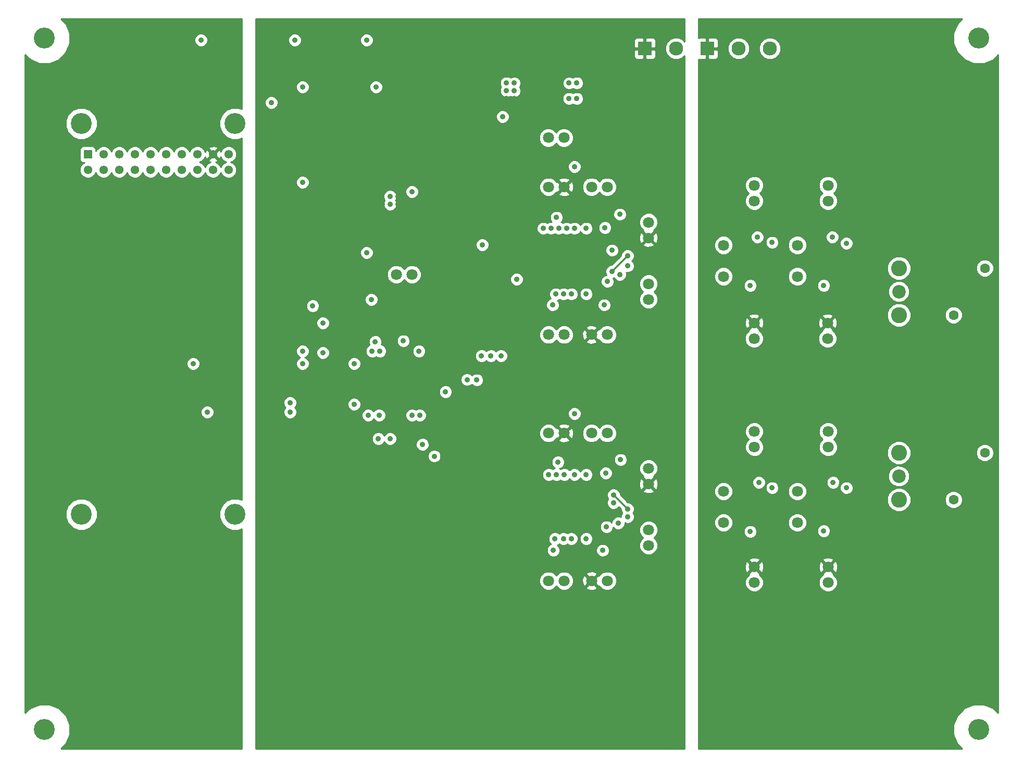
<source format=gbr>
%FSLAX34Y34*%
G04 Gerber Fmt 3.4, Leading zero omitted, Abs format*
G04 (created by PCBNEW (2014-02-03 BZR 4658)-product) date Thu 30 Jul 2015 10:30:08 PM PDT*
%MOIN*%
G01*
G70*
G90*
G04 APERTURE LIST*
%ADD10C,0.005906*%
%ADD11R,0.054370X0.054370*%
%ADD12C,0.054370*%
%ADD13C,0.070866*%
%ADD14R,0.090551X0.090551*%
%ADD15C,0.090551*%
%ADD16C,0.102362*%
%ADD17C,0.086614*%
%ADD18C,0.062992*%
%ADD19C,0.133900*%
%ADD20C,0.035000*%
%ADD21C,0.012000*%
%ADD22C,0.010000*%
G04 APERTURE END LIST*
G54D10*
G54D11*
X18064Y-22712D03*
G54D12*
X18064Y-23712D03*
X19064Y-22712D03*
X19064Y-23712D03*
X20064Y-22712D03*
X20064Y-23712D03*
X21064Y-22712D03*
X21064Y-23712D03*
X22064Y-22712D03*
X22064Y-23712D03*
X23064Y-22712D03*
X23064Y-23712D03*
X24064Y-22712D03*
X24064Y-23712D03*
X25064Y-22712D03*
X25064Y-23712D03*
X26064Y-22712D03*
X26064Y-23712D03*
X27064Y-22712D03*
X27064Y-23712D03*
G54D13*
X37800Y-30400D03*
X38800Y-30400D03*
X48538Y-49998D03*
X47538Y-49998D03*
X50294Y-49998D03*
X51294Y-49998D03*
X53944Y-47742D03*
X53944Y-46742D03*
X53944Y-43805D03*
X53944Y-42805D03*
X50294Y-40549D03*
X51294Y-40549D03*
X48538Y-40549D03*
X47538Y-40549D03*
X48538Y-34250D03*
X47538Y-34250D03*
X50294Y-34250D03*
X51294Y-34250D03*
X53944Y-31994D03*
X53944Y-30994D03*
X53944Y-28057D03*
X53944Y-27057D03*
X50294Y-24801D03*
X51294Y-24801D03*
X48538Y-24801D03*
X47538Y-24801D03*
X48531Y-21653D03*
X47531Y-21653D03*
X60700Y-33500D03*
X60700Y-34500D03*
X60711Y-24696D03*
X60711Y-25696D03*
X65400Y-33500D03*
X65400Y-34500D03*
X65435Y-24696D03*
X65435Y-25696D03*
X58742Y-28527D03*
X58742Y-30527D03*
X63466Y-28527D03*
X63466Y-30527D03*
X60711Y-49106D03*
X60711Y-50106D03*
X60711Y-40444D03*
X60711Y-41444D03*
X65435Y-49106D03*
X65435Y-50106D03*
X65435Y-40444D03*
X65435Y-41444D03*
X58742Y-44275D03*
X58742Y-46275D03*
X63466Y-44275D03*
X63466Y-46275D03*
G54D14*
X53700Y-15950D03*
G54D15*
X55700Y-15950D03*
G54D14*
X57700Y-15950D03*
G54D15*
X59700Y-15950D03*
X61700Y-15950D03*
G54D16*
X69968Y-32996D03*
X69968Y-29996D03*
G54D17*
X69968Y-31496D03*
G54D18*
X75468Y-29996D03*
X73468Y-32996D03*
G54D16*
X69968Y-44807D03*
X69968Y-41807D03*
G54D17*
X69968Y-43307D03*
G54D18*
X75468Y-41807D03*
X73468Y-44807D03*
G54D19*
X15279Y-15279D03*
X75074Y-15279D03*
X15279Y-59523D03*
X75074Y-59523D03*
X27486Y-45744D03*
X17643Y-45744D03*
X17643Y-20744D03*
X27486Y-20744D03*
G54D20*
X61000Y-46850D03*
X61900Y-46500D03*
X66600Y-46500D03*
X65750Y-46800D03*
X66650Y-30650D03*
X65700Y-31100D03*
X61850Y-30750D03*
X61000Y-31100D03*
X44850Y-19150D03*
X45350Y-19150D03*
X36900Y-25900D03*
X37900Y-25900D03*
X37900Y-25400D03*
X45356Y-17656D03*
X61850Y-44050D03*
X61000Y-43700D03*
X66600Y-44050D03*
X65750Y-43700D03*
X66600Y-28400D03*
X65700Y-28000D03*
X60900Y-28000D03*
X61850Y-28350D03*
X43250Y-35600D03*
X40950Y-37900D03*
X43850Y-35600D03*
X42330Y-37130D03*
X44500Y-35600D03*
X42950Y-37150D03*
X39480Y-41280D03*
X40230Y-42030D03*
X51600Y-30200D03*
X52600Y-29200D03*
X51600Y-28850D03*
X52600Y-29850D03*
X52600Y-45400D03*
X51700Y-44500D03*
X51700Y-45000D03*
X52600Y-45900D03*
X44600Y-20300D03*
X38800Y-25100D03*
X37400Y-25900D03*
X37400Y-25400D03*
X47700Y-27450D03*
X49350Y-18150D03*
X44850Y-18650D03*
X44850Y-18150D03*
X36500Y-18400D03*
X31300Y-15400D03*
X35900Y-15400D03*
X52000Y-46300D03*
X60450Y-46850D03*
X65150Y-46800D03*
X60450Y-31100D03*
X65150Y-31100D03*
X48050Y-43200D03*
X52150Y-42250D03*
X51200Y-43100D03*
X48150Y-42400D03*
X49950Y-43200D03*
X51250Y-46550D03*
X49950Y-47300D03*
X47950Y-47300D03*
X49000Y-47300D03*
X51000Y-48050D03*
X47850Y-48050D03*
X48856Y-18156D03*
X45356Y-18156D03*
X45356Y-18656D03*
X48050Y-26750D03*
X51150Y-27400D03*
X52100Y-26550D03*
X52100Y-30400D03*
X51300Y-30850D03*
X49950Y-27450D03*
X39250Y-35300D03*
X51100Y-32350D03*
X47800Y-32350D03*
X49950Y-31650D03*
X48000Y-31650D03*
X49000Y-31650D03*
X36650Y-40900D03*
X36000Y-39400D03*
X39300Y-39400D03*
X33100Y-35400D03*
X36200Y-32000D03*
X35900Y-29000D03*
X31000Y-39200D03*
X31800Y-36100D03*
X32450Y-32400D03*
X36450Y-34700D03*
X36250Y-35300D03*
X25300Y-15400D03*
X25700Y-39200D03*
X24800Y-36100D03*
X31800Y-24500D03*
X31800Y-18400D03*
X35100Y-38700D03*
X35100Y-36100D03*
X45500Y-30700D03*
X43300Y-28500D03*
X49200Y-39300D03*
X49200Y-43200D03*
X49200Y-27450D03*
X49200Y-23500D03*
X27200Y-19400D03*
X24800Y-35300D03*
X48850Y-19150D03*
X49350Y-19150D03*
X47200Y-27450D03*
X48200Y-27450D03*
X48700Y-27450D03*
X29800Y-19400D03*
X48550Y-43200D03*
X47550Y-43200D03*
X48500Y-47300D03*
X48500Y-31650D03*
X37400Y-40900D03*
X36700Y-39400D03*
X38800Y-39400D03*
X31000Y-38600D03*
X31800Y-35300D03*
X33100Y-33500D03*
X38250Y-34650D03*
X36750Y-35300D03*
G54D21*
X51600Y-30200D02*
X52600Y-29200D01*
X51700Y-44500D02*
X52600Y-45400D01*
G54D10*
G36*
X76305Y-58455D02*
X76033Y-58183D01*
X76033Y-41695D01*
X76033Y-29884D01*
X75947Y-29676D01*
X75788Y-29517D01*
X75581Y-29431D01*
X75356Y-29431D01*
X75148Y-29516D01*
X74989Y-29675D01*
X74903Y-29883D01*
X74903Y-30107D01*
X74989Y-30315D01*
X75148Y-30474D01*
X75355Y-30560D01*
X75580Y-30561D01*
X75788Y-30475D01*
X75947Y-30316D01*
X76033Y-30108D01*
X76033Y-29884D01*
X76033Y-41695D01*
X75947Y-41487D01*
X75788Y-41328D01*
X75581Y-41242D01*
X75356Y-41242D01*
X75148Y-41327D01*
X74989Y-41486D01*
X74903Y-41694D01*
X74903Y-41918D01*
X74989Y-42126D01*
X75148Y-42285D01*
X75355Y-42371D01*
X75580Y-42372D01*
X75788Y-42286D01*
X75947Y-42127D01*
X76033Y-41919D01*
X76033Y-41695D01*
X76033Y-58183D01*
X75996Y-58146D01*
X75399Y-57898D01*
X74752Y-57897D01*
X74155Y-58144D01*
X74033Y-58266D01*
X74033Y-44695D01*
X74033Y-32884D01*
X73947Y-32676D01*
X73788Y-32517D01*
X73581Y-32431D01*
X73356Y-32431D01*
X73148Y-32516D01*
X72989Y-32675D01*
X72903Y-32883D01*
X72903Y-33107D01*
X72989Y-33315D01*
X73148Y-33474D01*
X73355Y-33560D01*
X73580Y-33561D01*
X73788Y-33475D01*
X73947Y-33316D01*
X74033Y-33108D01*
X74033Y-32884D01*
X74033Y-44695D01*
X73947Y-44487D01*
X73788Y-44328D01*
X73581Y-44242D01*
X73356Y-44242D01*
X73148Y-44327D01*
X72989Y-44486D01*
X72903Y-44694D01*
X72903Y-44918D01*
X72989Y-45126D01*
X73148Y-45285D01*
X73355Y-45371D01*
X73580Y-45372D01*
X73788Y-45286D01*
X73947Y-45127D01*
X74033Y-44919D01*
X74033Y-44695D01*
X74033Y-58266D01*
X73697Y-58601D01*
X73449Y-59198D01*
X73449Y-59845D01*
X73695Y-60443D01*
X74006Y-60753D01*
X70730Y-60753D01*
X70730Y-44656D01*
X70730Y-41656D01*
X70730Y-32845D01*
X70730Y-29845D01*
X70614Y-29565D01*
X70400Y-29350D01*
X70120Y-29234D01*
X69817Y-29234D01*
X69537Y-29349D01*
X69323Y-29563D01*
X69206Y-29843D01*
X69206Y-30146D01*
X69322Y-30427D01*
X69536Y-30641D01*
X69816Y-30757D01*
X70119Y-30758D01*
X70399Y-30642D01*
X70613Y-30428D01*
X70730Y-30148D01*
X70730Y-29845D01*
X70730Y-32845D01*
X70651Y-32654D01*
X70651Y-31360D01*
X70547Y-31109D01*
X70355Y-30917D01*
X70104Y-30813D01*
X69833Y-30812D01*
X69582Y-30916D01*
X69389Y-31108D01*
X69285Y-31359D01*
X69285Y-31631D01*
X69389Y-31882D01*
X69581Y-32074D01*
X69832Y-32179D01*
X70103Y-32179D01*
X70354Y-32075D01*
X70547Y-31883D01*
X70651Y-31632D01*
X70651Y-31360D01*
X70651Y-32654D01*
X70614Y-32565D01*
X70400Y-32350D01*
X70120Y-32234D01*
X69817Y-32234D01*
X69537Y-32349D01*
X69323Y-32563D01*
X69206Y-32843D01*
X69206Y-33146D01*
X69322Y-33427D01*
X69536Y-33641D01*
X69816Y-33757D01*
X70119Y-33758D01*
X70399Y-33642D01*
X70613Y-33428D01*
X70730Y-33148D01*
X70730Y-32845D01*
X70730Y-41656D01*
X70614Y-41376D01*
X70400Y-41161D01*
X70120Y-41045D01*
X69817Y-41045D01*
X69537Y-41160D01*
X69323Y-41374D01*
X69206Y-41654D01*
X69206Y-41957D01*
X69322Y-42238D01*
X69536Y-42452D01*
X69816Y-42568D01*
X70119Y-42569D01*
X70399Y-42453D01*
X70613Y-42239D01*
X70730Y-41959D01*
X70730Y-41656D01*
X70730Y-44656D01*
X70651Y-44465D01*
X70651Y-43171D01*
X70547Y-42920D01*
X70355Y-42728D01*
X70104Y-42624D01*
X69833Y-42623D01*
X69582Y-42727D01*
X69389Y-42919D01*
X69285Y-43170D01*
X69285Y-43442D01*
X69389Y-43693D01*
X69581Y-43885D01*
X69832Y-43990D01*
X70103Y-43990D01*
X70354Y-43886D01*
X70547Y-43694D01*
X70651Y-43443D01*
X70651Y-43171D01*
X70651Y-44465D01*
X70614Y-44376D01*
X70400Y-44161D01*
X70120Y-44045D01*
X69817Y-44045D01*
X69537Y-44160D01*
X69323Y-44374D01*
X69206Y-44654D01*
X69206Y-44957D01*
X69322Y-45238D01*
X69536Y-45452D01*
X69816Y-45568D01*
X70119Y-45569D01*
X70399Y-45453D01*
X70613Y-45239D01*
X70730Y-44959D01*
X70730Y-44656D01*
X70730Y-60753D01*
X67025Y-60753D01*
X67025Y-43965D01*
X67025Y-28315D01*
X66960Y-28159D01*
X66841Y-28039D01*
X66684Y-27975D01*
X66515Y-27974D01*
X66359Y-28039D01*
X66239Y-28158D01*
X66175Y-28315D01*
X66174Y-28484D01*
X66239Y-28640D01*
X66358Y-28760D01*
X66515Y-28824D01*
X66684Y-28825D01*
X66840Y-28760D01*
X66960Y-28641D01*
X67024Y-28484D01*
X67025Y-28315D01*
X67025Y-43965D01*
X66960Y-43809D01*
X66841Y-43689D01*
X66684Y-43625D01*
X66515Y-43624D01*
X66359Y-43689D01*
X66239Y-43808D01*
X66175Y-43965D01*
X66175Y-43615D01*
X66125Y-43494D01*
X66125Y-27915D01*
X66060Y-27759D01*
X66039Y-27738D01*
X66039Y-25577D01*
X65948Y-25354D01*
X65790Y-25196D01*
X65947Y-25039D01*
X66039Y-24817D01*
X66039Y-24577D01*
X65948Y-24354D01*
X65778Y-24184D01*
X65556Y-24092D01*
X65315Y-24092D01*
X65093Y-24184D01*
X64923Y-24354D01*
X64831Y-24576D01*
X64830Y-24816D01*
X64922Y-25038D01*
X65080Y-25196D01*
X64923Y-25354D01*
X64831Y-25576D01*
X64830Y-25816D01*
X64922Y-26038D01*
X65092Y-26208D01*
X65314Y-26301D01*
X65555Y-26301D01*
X65777Y-26209D01*
X65947Y-26039D01*
X66039Y-25817D01*
X66039Y-25577D01*
X66039Y-27738D01*
X65941Y-27639D01*
X65784Y-27575D01*
X65615Y-27574D01*
X65459Y-27639D01*
X65339Y-27758D01*
X65275Y-27915D01*
X65274Y-28084D01*
X65339Y-28240D01*
X65458Y-28360D01*
X65615Y-28424D01*
X65784Y-28425D01*
X65940Y-28360D01*
X66060Y-28241D01*
X66124Y-28084D01*
X66125Y-27915D01*
X66125Y-43494D01*
X66110Y-43459D01*
X66039Y-43388D01*
X66039Y-41325D01*
X65948Y-41103D01*
X65790Y-40944D01*
X65947Y-40787D01*
X66039Y-40565D01*
X66039Y-40325D01*
X66008Y-40250D01*
X66008Y-33594D01*
X65998Y-33354D01*
X65926Y-33179D01*
X65825Y-33145D01*
X65754Y-33216D01*
X65754Y-33074D01*
X65720Y-32973D01*
X65575Y-32920D01*
X65575Y-31015D01*
X65510Y-30859D01*
X65391Y-30739D01*
X65234Y-30675D01*
X65065Y-30674D01*
X64909Y-30739D01*
X64789Y-30858D01*
X64725Y-31015D01*
X64724Y-31184D01*
X64789Y-31340D01*
X64908Y-31460D01*
X65065Y-31524D01*
X65234Y-31525D01*
X65390Y-31460D01*
X65510Y-31341D01*
X65574Y-31184D01*
X65575Y-31015D01*
X65575Y-32920D01*
X65494Y-32891D01*
X65254Y-32901D01*
X65079Y-32973D01*
X65045Y-33074D01*
X65400Y-33429D01*
X65754Y-33074D01*
X65754Y-33216D01*
X65470Y-33500D01*
X65825Y-33854D01*
X65926Y-33820D01*
X66008Y-33594D01*
X66008Y-40250D01*
X66004Y-40239D01*
X66004Y-34380D01*
X65912Y-34158D01*
X65742Y-33987D01*
X65734Y-33984D01*
X65754Y-33925D01*
X65400Y-33570D01*
X65329Y-33641D01*
X65329Y-33500D01*
X64974Y-33145D01*
X64873Y-33179D01*
X64791Y-33405D01*
X64801Y-33645D01*
X64873Y-33820D01*
X64974Y-33854D01*
X65329Y-33500D01*
X65329Y-33641D01*
X65045Y-33925D01*
X65065Y-33984D01*
X65058Y-33987D01*
X64887Y-34157D01*
X64795Y-34379D01*
X64795Y-34619D01*
X64887Y-34841D01*
X65057Y-35012D01*
X65279Y-35104D01*
X65519Y-35104D01*
X65741Y-35012D01*
X65912Y-34842D01*
X66004Y-34620D01*
X66004Y-34380D01*
X66004Y-40239D01*
X65948Y-40103D01*
X65778Y-39932D01*
X65556Y-39840D01*
X65315Y-39840D01*
X65093Y-39932D01*
X64923Y-40102D01*
X64831Y-40324D01*
X64830Y-40564D01*
X64922Y-40786D01*
X65080Y-40945D01*
X64923Y-41102D01*
X64831Y-41324D01*
X64830Y-41564D01*
X64922Y-41786D01*
X65092Y-41956D01*
X65314Y-42049D01*
X65555Y-42049D01*
X65777Y-41957D01*
X65947Y-41787D01*
X66039Y-41565D01*
X66039Y-41325D01*
X66039Y-43388D01*
X65991Y-43339D01*
X65834Y-43275D01*
X65665Y-43274D01*
X65509Y-43339D01*
X65389Y-43458D01*
X65325Y-43615D01*
X65324Y-43784D01*
X65389Y-43940D01*
X65508Y-44060D01*
X65665Y-44124D01*
X65834Y-44125D01*
X65990Y-44060D01*
X66110Y-43941D01*
X66174Y-43784D01*
X66175Y-43615D01*
X66175Y-43965D01*
X66174Y-44134D01*
X66239Y-44290D01*
X66358Y-44410D01*
X66515Y-44474D01*
X66684Y-44475D01*
X66840Y-44410D01*
X66960Y-44291D01*
X67024Y-44134D01*
X67025Y-43965D01*
X67025Y-60753D01*
X66044Y-60753D01*
X66044Y-49201D01*
X66034Y-48960D01*
X65961Y-48785D01*
X65860Y-48751D01*
X65789Y-48822D01*
X65789Y-48681D01*
X65755Y-48580D01*
X65575Y-48513D01*
X65575Y-46715D01*
X65510Y-46559D01*
X65391Y-46439D01*
X65234Y-46375D01*
X65065Y-46374D01*
X64909Y-46439D01*
X64789Y-46558D01*
X64725Y-46715D01*
X64724Y-46884D01*
X64789Y-47040D01*
X64908Y-47160D01*
X65065Y-47224D01*
X65234Y-47225D01*
X65390Y-47160D01*
X65510Y-47041D01*
X65574Y-46884D01*
X65575Y-46715D01*
X65575Y-48513D01*
X65530Y-48497D01*
X65289Y-48507D01*
X65114Y-48580D01*
X65080Y-48681D01*
X65435Y-49035D01*
X65789Y-48681D01*
X65789Y-48822D01*
X65506Y-49106D01*
X65860Y-49460D01*
X65961Y-49426D01*
X66044Y-49201D01*
X66044Y-60753D01*
X66039Y-60753D01*
X66039Y-49986D01*
X65948Y-49764D01*
X65778Y-49594D01*
X65770Y-49590D01*
X65789Y-49531D01*
X65435Y-49177D01*
X65364Y-49247D01*
X65364Y-49106D01*
X65010Y-48751D01*
X64909Y-48785D01*
X64826Y-49011D01*
X64836Y-49251D01*
X64909Y-49426D01*
X65010Y-49460D01*
X65364Y-49106D01*
X65364Y-49247D01*
X65080Y-49531D01*
X65100Y-49590D01*
X65093Y-49593D01*
X64923Y-49763D01*
X64831Y-49985D01*
X64830Y-50225D01*
X64922Y-50448D01*
X65092Y-50618D01*
X65314Y-50710D01*
X65555Y-50710D01*
X65777Y-50618D01*
X65947Y-50449D01*
X66039Y-50227D01*
X66039Y-49986D01*
X66039Y-60753D01*
X64071Y-60753D01*
X64071Y-46155D01*
X64071Y-44155D01*
X64071Y-30407D01*
X64071Y-28407D01*
X63979Y-28185D01*
X63809Y-28015D01*
X63587Y-27923D01*
X63347Y-27923D01*
X63125Y-28014D01*
X62954Y-28184D01*
X62862Y-28406D01*
X62862Y-28647D01*
X62954Y-28869D01*
X63124Y-29039D01*
X63346Y-29131D01*
X63586Y-29131D01*
X63808Y-29040D01*
X63978Y-28870D01*
X64071Y-28648D01*
X64071Y-28407D01*
X64071Y-30407D01*
X63979Y-30185D01*
X63809Y-30015D01*
X63587Y-29923D01*
X63347Y-29923D01*
X63125Y-30014D01*
X62954Y-30184D01*
X62862Y-30406D01*
X62862Y-30647D01*
X62954Y-30869D01*
X63124Y-31039D01*
X63346Y-31131D01*
X63586Y-31131D01*
X63808Y-31040D01*
X63978Y-30870D01*
X64071Y-30648D01*
X64071Y-30407D01*
X64071Y-44155D01*
X63979Y-43933D01*
X63809Y-43763D01*
X63587Y-43671D01*
X63347Y-43671D01*
X63125Y-43762D01*
X62954Y-43932D01*
X62862Y-44154D01*
X62862Y-44395D01*
X62954Y-44617D01*
X63124Y-44787D01*
X63346Y-44879D01*
X63586Y-44880D01*
X63808Y-44788D01*
X63978Y-44618D01*
X64071Y-44396D01*
X64071Y-44155D01*
X64071Y-46155D01*
X63979Y-45933D01*
X63809Y-45763D01*
X63587Y-45671D01*
X63347Y-45671D01*
X63125Y-45762D01*
X62954Y-45932D01*
X62862Y-46154D01*
X62862Y-46395D01*
X62954Y-46617D01*
X63124Y-46787D01*
X63346Y-46879D01*
X63586Y-46880D01*
X63808Y-46788D01*
X63978Y-46618D01*
X64071Y-46396D01*
X64071Y-46155D01*
X64071Y-60753D01*
X62402Y-60753D01*
X62402Y-15810D01*
X62296Y-15552D01*
X62098Y-15354D01*
X61840Y-15247D01*
X61560Y-15247D01*
X61302Y-15353D01*
X61104Y-15551D01*
X60997Y-15809D01*
X60997Y-16089D01*
X61103Y-16347D01*
X61301Y-16545D01*
X61559Y-16652D01*
X61839Y-16652D01*
X62097Y-16546D01*
X62295Y-16348D01*
X62402Y-16090D01*
X62402Y-15810D01*
X62402Y-60753D01*
X62275Y-60753D01*
X62275Y-43965D01*
X62275Y-28265D01*
X62210Y-28109D01*
X62091Y-27989D01*
X61934Y-27925D01*
X61765Y-27924D01*
X61609Y-27989D01*
X61489Y-28108D01*
X61425Y-28265D01*
X61424Y-28434D01*
X61489Y-28590D01*
X61608Y-28710D01*
X61765Y-28774D01*
X61934Y-28775D01*
X62090Y-28710D01*
X62210Y-28591D01*
X62274Y-28434D01*
X62275Y-28265D01*
X62275Y-43965D01*
X62210Y-43809D01*
X62091Y-43689D01*
X61934Y-43625D01*
X61765Y-43624D01*
X61609Y-43689D01*
X61489Y-43808D01*
X61425Y-43965D01*
X61425Y-43615D01*
X61360Y-43459D01*
X61325Y-43424D01*
X61325Y-27915D01*
X61315Y-27892D01*
X61315Y-25577D01*
X61223Y-25354D01*
X61065Y-25196D01*
X61223Y-25039D01*
X61315Y-24817D01*
X61315Y-24577D01*
X61223Y-24354D01*
X61053Y-24184D01*
X60831Y-24092D01*
X60591Y-24092D01*
X60402Y-24170D01*
X60402Y-15810D01*
X60296Y-15552D01*
X60098Y-15354D01*
X59840Y-15247D01*
X59560Y-15247D01*
X59302Y-15353D01*
X59104Y-15551D01*
X58997Y-15809D01*
X58997Y-16089D01*
X59103Y-16347D01*
X59301Y-16545D01*
X59559Y-16652D01*
X59839Y-16652D01*
X60097Y-16546D01*
X60295Y-16348D01*
X60402Y-16090D01*
X60402Y-15810D01*
X60402Y-24170D01*
X60369Y-24184D01*
X60198Y-24354D01*
X60106Y-24576D01*
X60106Y-24816D01*
X60198Y-25038D01*
X60356Y-25196D01*
X60198Y-25354D01*
X60106Y-25576D01*
X60106Y-25816D01*
X60198Y-26038D01*
X60368Y-26208D01*
X60590Y-26301D01*
X60830Y-26301D01*
X61052Y-26209D01*
X61223Y-26039D01*
X61315Y-25817D01*
X61315Y-25577D01*
X61315Y-27892D01*
X61260Y-27759D01*
X61141Y-27639D01*
X60984Y-27575D01*
X60815Y-27574D01*
X60659Y-27639D01*
X60539Y-27758D01*
X60475Y-27915D01*
X60474Y-28084D01*
X60539Y-28240D01*
X60658Y-28360D01*
X60815Y-28424D01*
X60984Y-28425D01*
X61140Y-28360D01*
X61260Y-28241D01*
X61324Y-28084D01*
X61325Y-27915D01*
X61325Y-43424D01*
X61315Y-43414D01*
X61315Y-41325D01*
X61223Y-41103D01*
X61065Y-40944D01*
X61223Y-40787D01*
X61315Y-40565D01*
X61315Y-40325D01*
X61308Y-40309D01*
X61308Y-33594D01*
X61298Y-33354D01*
X61226Y-33179D01*
X61125Y-33145D01*
X61054Y-33216D01*
X61054Y-33074D01*
X61020Y-32973D01*
X60875Y-32920D01*
X60875Y-31015D01*
X60810Y-30859D01*
X60691Y-30739D01*
X60534Y-30675D01*
X60365Y-30674D01*
X60209Y-30739D01*
X60089Y-30858D01*
X60025Y-31015D01*
X60024Y-31184D01*
X60089Y-31340D01*
X60208Y-31460D01*
X60365Y-31524D01*
X60534Y-31525D01*
X60690Y-31460D01*
X60810Y-31341D01*
X60874Y-31184D01*
X60875Y-31015D01*
X60875Y-32920D01*
X60794Y-32891D01*
X60554Y-32901D01*
X60379Y-32973D01*
X60345Y-33074D01*
X60700Y-33429D01*
X61054Y-33074D01*
X61054Y-33216D01*
X60770Y-33500D01*
X61125Y-33854D01*
X61226Y-33820D01*
X61308Y-33594D01*
X61308Y-40309D01*
X61304Y-40298D01*
X61304Y-34380D01*
X61212Y-34158D01*
X61042Y-33987D01*
X61034Y-33984D01*
X61054Y-33925D01*
X60700Y-33570D01*
X60629Y-33641D01*
X60629Y-33500D01*
X60274Y-33145D01*
X60173Y-33179D01*
X60091Y-33405D01*
X60101Y-33645D01*
X60173Y-33820D01*
X60274Y-33854D01*
X60629Y-33500D01*
X60629Y-33641D01*
X60345Y-33925D01*
X60365Y-33984D01*
X60358Y-33987D01*
X60187Y-34157D01*
X60095Y-34379D01*
X60095Y-34619D01*
X60187Y-34841D01*
X60357Y-35012D01*
X60579Y-35104D01*
X60819Y-35104D01*
X61041Y-35012D01*
X61212Y-34842D01*
X61304Y-34620D01*
X61304Y-34380D01*
X61304Y-40298D01*
X61223Y-40103D01*
X61053Y-39932D01*
X60831Y-39840D01*
X60591Y-39840D01*
X60369Y-39932D01*
X60198Y-40102D01*
X60106Y-40324D01*
X60106Y-40564D01*
X60198Y-40786D01*
X60356Y-40945D01*
X60198Y-41102D01*
X60106Y-41324D01*
X60106Y-41564D01*
X60198Y-41786D01*
X60368Y-41956D01*
X60590Y-42049D01*
X60830Y-42049D01*
X61052Y-41957D01*
X61223Y-41787D01*
X61315Y-41565D01*
X61315Y-41325D01*
X61315Y-43414D01*
X61241Y-43339D01*
X61084Y-43275D01*
X60915Y-43274D01*
X60759Y-43339D01*
X60639Y-43458D01*
X60575Y-43615D01*
X60574Y-43784D01*
X60639Y-43940D01*
X60758Y-44060D01*
X60915Y-44124D01*
X61084Y-44125D01*
X61240Y-44060D01*
X61360Y-43941D01*
X61424Y-43784D01*
X61425Y-43615D01*
X61425Y-43965D01*
X61424Y-44134D01*
X61489Y-44290D01*
X61608Y-44410D01*
X61765Y-44474D01*
X61934Y-44475D01*
X62090Y-44410D01*
X62210Y-44291D01*
X62274Y-44134D01*
X62275Y-43965D01*
X62275Y-60753D01*
X61319Y-60753D01*
X61319Y-49201D01*
X61309Y-48960D01*
X61237Y-48785D01*
X61136Y-48751D01*
X61065Y-48822D01*
X61065Y-48681D01*
X61031Y-48580D01*
X60875Y-48522D01*
X60875Y-46765D01*
X60810Y-46609D01*
X60691Y-46489D01*
X60534Y-46425D01*
X60365Y-46424D01*
X60209Y-46489D01*
X60089Y-46608D01*
X60025Y-46765D01*
X60024Y-46934D01*
X60089Y-47090D01*
X60208Y-47210D01*
X60365Y-47274D01*
X60534Y-47275D01*
X60690Y-47210D01*
X60810Y-47091D01*
X60874Y-46934D01*
X60875Y-46765D01*
X60875Y-48522D01*
X60805Y-48497D01*
X60565Y-48507D01*
X60390Y-48580D01*
X60356Y-48681D01*
X60711Y-49035D01*
X61065Y-48681D01*
X61065Y-48822D01*
X60781Y-49106D01*
X61136Y-49460D01*
X61237Y-49426D01*
X61319Y-49201D01*
X61319Y-60753D01*
X61315Y-60753D01*
X61315Y-49986D01*
X61223Y-49764D01*
X61053Y-49594D01*
X61045Y-49590D01*
X61065Y-49531D01*
X60711Y-49177D01*
X60640Y-49247D01*
X60640Y-49106D01*
X60285Y-48751D01*
X60184Y-48785D01*
X60102Y-49011D01*
X60112Y-49251D01*
X60184Y-49426D01*
X60285Y-49460D01*
X60640Y-49106D01*
X60640Y-49247D01*
X60356Y-49531D01*
X60376Y-49590D01*
X60369Y-49593D01*
X60198Y-49763D01*
X60106Y-49985D01*
X60106Y-50225D01*
X60198Y-50448D01*
X60368Y-50618D01*
X60590Y-50710D01*
X60830Y-50710D01*
X61052Y-50618D01*
X61223Y-50449D01*
X61315Y-50227D01*
X61315Y-49986D01*
X61315Y-60753D01*
X59346Y-60753D01*
X59346Y-46155D01*
X59346Y-44155D01*
X59346Y-30407D01*
X59346Y-28407D01*
X59255Y-28185D01*
X59085Y-28015D01*
X58863Y-27923D01*
X58622Y-27923D01*
X58402Y-28014D01*
X58402Y-16452D01*
X58402Y-16353D01*
X58402Y-16062D01*
X58402Y-15837D01*
X58402Y-15546D01*
X58402Y-15447D01*
X58364Y-15355D01*
X58294Y-15285D01*
X58202Y-15247D01*
X57812Y-15247D01*
X57750Y-15309D01*
X57750Y-15900D01*
X58340Y-15900D01*
X58402Y-15837D01*
X58402Y-16062D01*
X58340Y-16000D01*
X57750Y-16000D01*
X57750Y-16590D01*
X57812Y-16652D01*
X58202Y-16652D01*
X58294Y-16614D01*
X58364Y-16544D01*
X58402Y-16452D01*
X58402Y-28014D01*
X58400Y-28014D01*
X58230Y-28184D01*
X58138Y-28406D01*
X58138Y-28647D01*
X58229Y-28869D01*
X58399Y-29039D01*
X58621Y-29131D01*
X58862Y-29131D01*
X59084Y-29040D01*
X59254Y-28870D01*
X59346Y-28648D01*
X59346Y-28407D01*
X59346Y-30407D01*
X59255Y-30185D01*
X59085Y-30015D01*
X58863Y-29923D01*
X58622Y-29923D01*
X58400Y-30014D01*
X58230Y-30184D01*
X58138Y-30406D01*
X58138Y-30647D01*
X58229Y-30869D01*
X58399Y-31039D01*
X58621Y-31131D01*
X58862Y-31131D01*
X59084Y-31040D01*
X59254Y-30870D01*
X59346Y-30648D01*
X59346Y-30407D01*
X59346Y-44155D01*
X59255Y-43933D01*
X59085Y-43763D01*
X58863Y-43671D01*
X58622Y-43671D01*
X58400Y-43762D01*
X58230Y-43932D01*
X58138Y-44154D01*
X58138Y-44395D01*
X58229Y-44617D01*
X58399Y-44787D01*
X58621Y-44879D01*
X58862Y-44880D01*
X59084Y-44788D01*
X59254Y-44618D01*
X59346Y-44396D01*
X59346Y-44155D01*
X59346Y-46155D01*
X59255Y-45933D01*
X59085Y-45763D01*
X58863Y-45671D01*
X58622Y-45671D01*
X58400Y-45762D01*
X58230Y-45932D01*
X58138Y-46154D01*
X58138Y-46395D01*
X58229Y-46617D01*
X58399Y-46787D01*
X58621Y-46879D01*
X58862Y-46880D01*
X59084Y-46788D01*
X59254Y-46618D01*
X59346Y-46396D01*
X59346Y-46155D01*
X59346Y-60753D01*
X57136Y-60753D01*
X57136Y-16627D01*
X57197Y-16652D01*
X57587Y-16652D01*
X57650Y-16590D01*
X57650Y-16000D01*
X57642Y-16000D01*
X57642Y-15900D01*
X57650Y-15900D01*
X57650Y-15309D01*
X57587Y-15247D01*
X57197Y-15247D01*
X57136Y-15272D01*
X57136Y-14049D01*
X74006Y-14049D01*
X73697Y-14357D01*
X73449Y-14954D01*
X73449Y-15601D01*
X73695Y-16199D01*
X74152Y-16656D01*
X74750Y-16904D01*
X75396Y-16905D01*
X75994Y-16658D01*
X76305Y-16348D01*
X76305Y-58455D01*
X76305Y-58455D01*
G37*
G54D22*
X76305Y-58455D02*
X76033Y-58183D01*
X76033Y-41695D01*
X76033Y-29884D01*
X75947Y-29676D01*
X75788Y-29517D01*
X75581Y-29431D01*
X75356Y-29431D01*
X75148Y-29516D01*
X74989Y-29675D01*
X74903Y-29883D01*
X74903Y-30107D01*
X74989Y-30315D01*
X75148Y-30474D01*
X75355Y-30560D01*
X75580Y-30561D01*
X75788Y-30475D01*
X75947Y-30316D01*
X76033Y-30108D01*
X76033Y-29884D01*
X76033Y-41695D01*
X75947Y-41487D01*
X75788Y-41328D01*
X75581Y-41242D01*
X75356Y-41242D01*
X75148Y-41327D01*
X74989Y-41486D01*
X74903Y-41694D01*
X74903Y-41918D01*
X74989Y-42126D01*
X75148Y-42285D01*
X75355Y-42371D01*
X75580Y-42372D01*
X75788Y-42286D01*
X75947Y-42127D01*
X76033Y-41919D01*
X76033Y-41695D01*
X76033Y-58183D01*
X75996Y-58146D01*
X75399Y-57898D01*
X74752Y-57897D01*
X74155Y-58144D01*
X74033Y-58266D01*
X74033Y-44695D01*
X74033Y-32884D01*
X73947Y-32676D01*
X73788Y-32517D01*
X73581Y-32431D01*
X73356Y-32431D01*
X73148Y-32516D01*
X72989Y-32675D01*
X72903Y-32883D01*
X72903Y-33107D01*
X72989Y-33315D01*
X73148Y-33474D01*
X73355Y-33560D01*
X73580Y-33561D01*
X73788Y-33475D01*
X73947Y-33316D01*
X74033Y-33108D01*
X74033Y-32884D01*
X74033Y-44695D01*
X73947Y-44487D01*
X73788Y-44328D01*
X73581Y-44242D01*
X73356Y-44242D01*
X73148Y-44327D01*
X72989Y-44486D01*
X72903Y-44694D01*
X72903Y-44918D01*
X72989Y-45126D01*
X73148Y-45285D01*
X73355Y-45371D01*
X73580Y-45372D01*
X73788Y-45286D01*
X73947Y-45127D01*
X74033Y-44919D01*
X74033Y-44695D01*
X74033Y-58266D01*
X73697Y-58601D01*
X73449Y-59198D01*
X73449Y-59845D01*
X73695Y-60443D01*
X74006Y-60753D01*
X70730Y-60753D01*
X70730Y-44656D01*
X70730Y-41656D01*
X70730Y-32845D01*
X70730Y-29845D01*
X70614Y-29565D01*
X70400Y-29350D01*
X70120Y-29234D01*
X69817Y-29234D01*
X69537Y-29349D01*
X69323Y-29563D01*
X69206Y-29843D01*
X69206Y-30146D01*
X69322Y-30427D01*
X69536Y-30641D01*
X69816Y-30757D01*
X70119Y-30758D01*
X70399Y-30642D01*
X70613Y-30428D01*
X70730Y-30148D01*
X70730Y-29845D01*
X70730Y-32845D01*
X70651Y-32654D01*
X70651Y-31360D01*
X70547Y-31109D01*
X70355Y-30917D01*
X70104Y-30813D01*
X69833Y-30812D01*
X69582Y-30916D01*
X69389Y-31108D01*
X69285Y-31359D01*
X69285Y-31631D01*
X69389Y-31882D01*
X69581Y-32074D01*
X69832Y-32179D01*
X70103Y-32179D01*
X70354Y-32075D01*
X70547Y-31883D01*
X70651Y-31632D01*
X70651Y-31360D01*
X70651Y-32654D01*
X70614Y-32565D01*
X70400Y-32350D01*
X70120Y-32234D01*
X69817Y-32234D01*
X69537Y-32349D01*
X69323Y-32563D01*
X69206Y-32843D01*
X69206Y-33146D01*
X69322Y-33427D01*
X69536Y-33641D01*
X69816Y-33757D01*
X70119Y-33758D01*
X70399Y-33642D01*
X70613Y-33428D01*
X70730Y-33148D01*
X70730Y-32845D01*
X70730Y-41656D01*
X70614Y-41376D01*
X70400Y-41161D01*
X70120Y-41045D01*
X69817Y-41045D01*
X69537Y-41160D01*
X69323Y-41374D01*
X69206Y-41654D01*
X69206Y-41957D01*
X69322Y-42238D01*
X69536Y-42452D01*
X69816Y-42568D01*
X70119Y-42569D01*
X70399Y-42453D01*
X70613Y-42239D01*
X70730Y-41959D01*
X70730Y-41656D01*
X70730Y-44656D01*
X70651Y-44465D01*
X70651Y-43171D01*
X70547Y-42920D01*
X70355Y-42728D01*
X70104Y-42624D01*
X69833Y-42623D01*
X69582Y-42727D01*
X69389Y-42919D01*
X69285Y-43170D01*
X69285Y-43442D01*
X69389Y-43693D01*
X69581Y-43885D01*
X69832Y-43990D01*
X70103Y-43990D01*
X70354Y-43886D01*
X70547Y-43694D01*
X70651Y-43443D01*
X70651Y-43171D01*
X70651Y-44465D01*
X70614Y-44376D01*
X70400Y-44161D01*
X70120Y-44045D01*
X69817Y-44045D01*
X69537Y-44160D01*
X69323Y-44374D01*
X69206Y-44654D01*
X69206Y-44957D01*
X69322Y-45238D01*
X69536Y-45452D01*
X69816Y-45568D01*
X70119Y-45569D01*
X70399Y-45453D01*
X70613Y-45239D01*
X70730Y-44959D01*
X70730Y-44656D01*
X70730Y-60753D01*
X67025Y-60753D01*
X67025Y-43965D01*
X67025Y-28315D01*
X66960Y-28159D01*
X66841Y-28039D01*
X66684Y-27975D01*
X66515Y-27974D01*
X66359Y-28039D01*
X66239Y-28158D01*
X66175Y-28315D01*
X66174Y-28484D01*
X66239Y-28640D01*
X66358Y-28760D01*
X66515Y-28824D01*
X66684Y-28825D01*
X66840Y-28760D01*
X66960Y-28641D01*
X67024Y-28484D01*
X67025Y-28315D01*
X67025Y-43965D01*
X66960Y-43809D01*
X66841Y-43689D01*
X66684Y-43625D01*
X66515Y-43624D01*
X66359Y-43689D01*
X66239Y-43808D01*
X66175Y-43965D01*
X66175Y-43615D01*
X66125Y-43494D01*
X66125Y-27915D01*
X66060Y-27759D01*
X66039Y-27738D01*
X66039Y-25577D01*
X65948Y-25354D01*
X65790Y-25196D01*
X65947Y-25039D01*
X66039Y-24817D01*
X66039Y-24577D01*
X65948Y-24354D01*
X65778Y-24184D01*
X65556Y-24092D01*
X65315Y-24092D01*
X65093Y-24184D01*
X64923Y-24354D01*
X64831Y-24576D01*
X64830Y-24816D01*
X64922Y-25038D01*
X65080Y-25196D01*
X64923Y-25354D01*
X64831Y-25576D01*
X64830Y-25816D01*
X64922Y-26038D01*
X65092Y-26208D01*
X65314Y-26301D01*
X65555Y-26301D01*
X65777Y-26209D01*
X65947Y-26039D01*
X66039Y-25817D01*
X66039Y-25577D01*
X66039Y-27738D01*
X65941Y-27639D01*
X65784Y-27575D01*
X65615Y-27574D01*
X65459Y-27639D01*
X65339Y-27758D01*
X65275Y-27915D01*
X65274Y-28084D01*
X65339Y-28240D01*
X65458Y-28360D01*
X65615Y-28424D01*
X65784Y-28425D01*
X65940Y-28360D01*
X66060Y-28241D01*
X66124Y-28084D01*
X66125Y-27915D01*
X66125Y-43494D01*
X66110Y-43459D01*
X66039Y-43388D01*
X66039Y-41325D01*
X65948Y-41103D01*
X65790Y-40944D01*
X65947Y-40787D01*
X66039Y-40565D01*
X66039Y-40325D01*
X66008Y-40250D01*
X66008Y-33594D01*
X65998Y-33354D01*
X65926Y-33179D01*
X65825Y-33145D01*
X65754Y-33216D01*
X65754Y-33074D01*
X65720Y-32973D01*
X65575Y-32920D01*
X65575Y-31015D01*
X65510Y-30859D01*
X65391Y-30739D01*
X65234Y-30675D01*
X65065Y-30674D01*
X64909Y-30739D01*
X64789Y-30858D01*
X64725Y-31015D01*
X64724Y-31184D01*
X64789Y-31340D01*
X64908Y-31460D01*
X65065Y-31524D01*
X65234Y-31525D01*
X65390Y-31460D01*
X65510Y-31341D01*
X65574Y-31184D01*
X65575Y-31015D01*
X65575Y-32920D01*
X65494Y-32891D01*
X65254Y-32901D01*
X65079Y-32973D01*
X65045Y-33074D01*
X65400Y-33429D01*
X65754Y-33074D01*
X65754Y-33216D01*
X65470Y-33500D01*
X65825Y-33854D01*
X65926Y-33820D01*
X66008Y-33594D01*
X66008Y-40250D01*
X66004Y-40239D01*
X66004Y-34380D01*
X65912Y-34158D01*
X65742Y-33987D01*
X65734Y-33984D01*
X65754Y-33925D01*
X65400Y-33570D01*
X65329Y-33641D01*
X65329Y-33500D01*
X64974Y-33145D01*
X64873Y-33179D01*
X64791Y-33405D01*
X64801Y-33645D01*
X64873Y-33820D01*
X64974Y-33854D01*
X65329Y-33500D01*
X65329Y-33641D01*
X65045Y-33925D01*
X65065Y-33984D01*
X65058Y-33987D01*
X64887Y-34157D01*
X64795Y-34379D01*
X64795Y-34619D01*
X64887Y-34841D01*
X65057Y-35012D01*
X65279Y-35104D01*
X65519Y-35104D01*
X65741Y-35012D01*
X65912Y-34842D01*
X66004Y-34620D01*
X66004Y-34380D01*
X66004Y-40239D01*
X65948Y-40103D01*
X65778Y-39932D01*
X65556Y-39840D01*
X65315Y-39840D01*
X65093Y-39932D01*
X64923Y-40102D01*
X64831Y-40324D01*
X64830Y-40564D01*
X64922Y-40786D01*
X65080Y-40945D01*
X64923Y-41102D01*
X64831Y-41324D01*
X64830Y-41564D01*
X64922Y-41786D01*
X65092Y-41956D01*
X65314Y-42049D01*
X65555Y-42049D01*
X65777Y-41957D01*
X65947Y-41787D01*
X66039Y-41565D01*
X66039Y-41325D01*
X66039Y-43388D01*
X65991Y-43339D01*
X65834Y-43275D01*
X65665Y-43274D01*
X65509Y-43339D01*
X65389Y-43458D01*
X65325Y-43615D01*
X65324Y-43784D01*
X65389Y-43940D01*
X65508Y-44060D01*
X65665Y-44124D01*
X65834Y-44125D01*
X65990Y-44060D01*
X66110Y-43941D01*
X66174Y-43784D01*
X66175Y-43615D01*
X66175Y-43965D01*
X66174Y-44134D01*
X66239Y-44290D01*
X66358Y-44410D01*
X66515Y-44474D01*
X66684Y-44475D01*
X66840Y-44410D01*
X66960Y-44291D01*
X67024Y-44134D01*
X67025Y-43965D01*
X67025Y-60753D01*
X66044Y-60753D01*
X66044Y-49201D01*
X66034Y-48960D01*
X65961Y-48785D01*
X65860Y-48751D01*
X65789Y-48822D01*
X65789Y-48681D01*
X65755Y-48580D01*
X65575Y-48513D01*
X65575Y-46715D01*
X65510Y-46559D01*
X65391Y-46439D01*
X65234Y-46375D01*
X65065Y-46374D01*
X64909Y-46439D01*
X64789Y-46558D01*
X64725Y-46715D01*
X64724Y-46884D01*
X64789Y-47040D01*
X64908Y-47160D01*
X65065Y-47224D01*
X65234Y-47225D01*
X65390Y-47160D01*
X65510Y-47041D01*
X65574Y-46884D01*
X65575Y-46715D01*
X65575Y-48513D01*
X65530Y-48497D01*
X65289Y-48507D01*
X65114Y-48580D01*
X65080Y-48681D01*
X65435Y-49035D01*
X65789Y-48681D01*
X65789Y-48822D01*
X65506Y-49106D01*
X65860Y-49460D01*
X65961Y-49426D01*
X66044Y-49201D01*
X66044Y-60753D01*
X66039Y-60753D01*
X66039Y-49986D01*
X65948Y-49764D01*
X65778Y-49594D01*
X65770Y-49590D01*
X65789Y-49531D01*
X65435Y-49177D01*
X65364Y-49247D01*
X65364Y-49106D01*
X65010Y-48751D01*
X64909Y-48785D01*
X64826Y-49011D01*
X64836Y-49251D01*
X64909Y-49426D01*
X65010Y-49460D01*
X65364Y-49106D01*
X65364Y-49247D01*
X65080Y-49531D01*
X65100Y-49590D01*
X65093Y-49593D01*
X64923Y-49763D01*
X64831Y-49985D01*
X64830Y-50225D01*
X64922Y-50448D01*
X65092Y-50618D01*
X65314Y-50710D01*
X65555Y-50710D01*
X65777Y-50618D01*
X65947Y-50449D01*
X66039Y-50227D01*
X66039Y-49986D01*
X66039Y-60753D01*
X64071Y-60753D01*
X64071Y-46155D01*
X64071Y-44155D01*
X64071Y-30407D01*
X64071Y-28407D01*
X63979Y-28185D01*
X63809Y-28015D01*
X63587Y-27923D01*
X63347Y-27923D01*
X63125Y-28014D01*
X62954Y-28184D01*
X62862Y-28406D01*
X62862Y-28647D01*
X62954Y-28869D01*
X63124Y-29039D01*
X63346Y-29131D01*
X63586Y-29131D01*
X63808Y-29040D01*
X63978Y-28870D01*
X64071Y-28648D01*
X64071Y-28407D01*
X64071Y-30407D01*
X63979Y-30185D01*
X63809Y-30015D01*
X63587Y-29923D01*
X63347Y-29923D01*
X63125Y-30014D01*
X62954Y-30184D01*
X62862Y-30406D01*
X62862Y-30647D01*
X62954Y-30869D01*
X63124Y-31039D01*
X63346Y-31131D01*
X63586Y-31131D01*
X63808Y-31040D01*
X63978Y-30870D01*
X64071Y-30648D01*
X64071Y-30407D01*
X64071Y-44155D01*
X63979Y-43933D01*
X63809Y-43763D01*
X63587Y-43671D01*
X63347Y-43671D01*
X63125Y-43762D01*
X62954Y-43932D01*
X62862Y-44154D01*
X62862Y-44395D01*
X62954Y-44617D01*
X63124Y-44787D01*
X63346Y-44879D01*
X63586Y-44880D01*
X63808Y-44788D01*
X63978Y-44618D01*
X64071Y-44396D01*
X64071Y-44155D01*
X64071Y-46155D01*
X63979Y-45933D01*
X63809Y-45763D01*
X63587Y-45671D01*
X63347Y-45671D01*
X63125Y-45762D01*
X62954Y-45932D01*
X62862Y-46154D01*
X62862Y-46395D01*
X62954Y-46617D01*
X63124Y-46787D01*
X63346Y-46879D01*
X63586Y-46880D01*
X63808Y-46788D01*
X63978Y-46618D01*
X64071Y-46396D01*
X64071Y-46155D01*
X64071Y-60753D01*
X62402Y-60753D01*
X62402Y-15810D01*
X62296Y-15552D01*
X62098Y-15354D01*
X61840Y-15247D01*
X61560Y-15247D01*
X61302Y-15353D01*
X61104Y-15551D01*
X60997Y-15809D01*
X60997Y-16089D01*
X61103Y-16347D01*
X61301Y-16545D01*
X61559Y-16652D01*
X61839Y-16652D01*
X62097Y-16546D01*
X62295Y-16348D01*
X62402Y-16090D01*
X62402Y-15810D01*
X62402Y-60753D01*
X62275Y-60753D01*
X62275Y-43965D01*
X62275Y-28265D01*
X62210Y-28109D01*
X62091Y-27989D01*
X61934Y-27925D01*
X61765Y-27924D01*
X61609Y-27989D01*
X61489Y-28108D01*
X61425Y-28265D01*
X61424Y-28434D01*
X61489Y-28590D01*
X61608Y-28710D01*
X61765Y-28774D01*
X61934Y-28775D01*
X62090Y-28710D01*
X62210Y-28591D01*
X62274Y-28434D01*
X62275Y-28265D01*
X62275Y-43965D01*
X62210Y-43809D01*
X62091Y-43689D01*
X61934Y-43625D01*
X61765Y-43624D01*
X61609Y-43689D01*
X61489Y-43808D01*
X61425Y-43965D01*
X61425Y-43615D01*
X61360Y-43459D01*
X61325Y-43424D01*
X61325Y-27915D01*
X61315Y-27892D01*
X61315Y-25577D01*
X61223Y-25354D01*
X61065Y-25196D01*
X61223Y-25039D01*
X61315Y-24817D01*
X61315Y-24577D01*
X61223Y-24354D01*
X61053Y-24184D01*
X60831Y-24092D01*
X60591Y-24092D01*
X60402Y-24170D01*
X60402Y-15810D01*
X60296Y-15552D01*
X60098Y-15354D01*
X59840Y-15247D01*
X59560Y-15247D01*
X59302Y-15353D01*
X59104Y-15551D01*
X58997Y-15809D01*
X58997Y-16089D01*
X59103Y-16347D01*
X59301Y-16545D01*
X59559Y-16652D01*
X59839Y-16652D01*
X60097Y-16546D01*
X60295Y-16348D01*
X60402Y-16090D01*
X60402Y-15810D01*
X60402Y-24170D01*
X60369Y-24184D01*
X60198Y-24354D01*
X60106Y-24576D01*
X60106Y-24816D01*
X60198Y-25038D01*
X60356Y-25196D01*
X60198Y-25354D01*
X60106Y-25576D01*
X60106Y-25816D01*
X60198Y-26038D01*
X60368Y-26208D01*
X60590Y-26301D01*
X60830Y-26301D01*
X61052Y-26209D01*
X61223Y-26039D01*
X61315Y-25817D01*
X61315Y-25577D01*
X61315Y-27892D01*
X61260Y-27759D01*
X61141Y-27639D01*
X60984Y-27575D01*
X60815Y-27574D01*
X60659Y-27639D01*
X60539Y-27758D01*
X60475Y-27915D01*
X60474Y-28084D01*
X60539Y-28240D01*
X60658Y-28360D01*
X60815Y-28424D01*
X60984Y-28425D01*
X61140Y-28360D01*
X61260Y-28241D01*
X61324Y-28084D01*
X61325Y-27915D01*
X61325Y-43424D01*
X61315Y-43414D01*
X61315Y-41325D01*
X61223Y-41103D01*
X61065Y-40944D01*
X61223Y-40787D01*
X61315Y-40565D01*
X61315Y-40325D01*
X61308Y-40309D01*
X61308Y-33594D01*
X61298Y-33354D01*
X61226Y-33179D01*
X61125Y-33145D01*
X61054Y-33216D01*
X61054Y-33074D01*
X61020Y-32973D01*
X60875Y-32920D01*
X60875Y-31015D01*
X60810Y-30859D01*
X60691Y-30739D01*
X60534Y-30675D01*
X60365Y-30674D01*
X60209Y-30739D01*
X60089Y-30858D01*
X60025Y-31015D01*
X60024Y-31184D01*
X60089Y-31340D01*
X60208Y-31460D01*
X60365Y-31524D01*
X60534Y-31525D01*
X60690Y-31460D01*
X60810Y-31341D01*
X60874Y-31184D01*
X60875Y-31015D01*
X60875Y-32920D01*
X60794Y-32891D01*
X60554Y-32901D01*
X60379Y-32973D01*
X60345Y-33074D01*
X60700Y-33429D01*
X61054Y-33074D01*
X61054Y-33216D01*
X60770Y-33500D01*
X61125Y-33854D01*
X61226Y-33820D01*
X61308Y-33594D01*
X61308Y-40309D01*
X61304Y-40298D01*
X61304Y-34380D01*
X61212Y-34158D01*
X61042Y-33987D01*
X61034Y-33984D01*
X61054Y-33925D01*
X60700Y-33570D01*
X60629Y-33641D01*
X60629Y-33500D01*
X60274Y-33145D01*
X60173Y-33179D01*
X60091Y-33405D01*
X60101Y-33645D01*
X60173Y-33820D01*
X60274Y-33854D01*
X60629Y-33500D01*
X60629Y-33641D01*
X60345Y-33925D01*
X60365Y-33984D01*
X60358Y-33987D01*
X60187Y-34157D01*
X60095Y-34379D01*
X60095Y-34619D01*
X60187Y-34841D01*
X60357Y-35012D01*
X60579Y-35104D01*
X60819Y-35104D01*
X61041Y-35012D01*
X61212Y-34842D01*
X61304Y-34620D01*
X61304Y-34380D01*
X61304Y-40298D01*
X61223Y-40103D01*
X61053Y-39932D01*
X60831Y-39840D01*
X60591Y-39840D01*
X60369Y-39932D01*
X60198Y-40102D01*
X60106Y-40324D01*
X60106Y-40564D01*
X60198Y-40786D01*
X60356Y-40945D01*
X60198Y-41102D01*
X60106Y-41324D01*
X60106Y-41564D01*
X60198Y-41786D01*
X60368Y-41956D01*
X60590Y-42049D01*
X60830Y-42049D01*
X61052Y-41957D01*
X61223Y-41787D01*
X61315Y-41565D01*
X61315Y-41325D01*
X61315Y-43414D01*
X61241Y-43339D01*
X61084Y-43275D01*
X60915Y-43274D01*
X60759Y-43339D01*
X60639Y-43458D01*
X60575Y-43615D01*
X60574Y-43784D01*
X60639Y-43940D01*
X60758Y-44060D01*
X60915Y-44124D01*
X61084Y-44125D01*
X61240Y-44060D01*
X61360Y-43941D01*
X61424Y-43784D01*
X61425Y-43615D01*
X61425Y-43965D01*
X61424Y-44134D01*
X61489Y-44290D01*
X61608Y-44410D01*
X61765Y-44474D01*
X61934Y-44475D01*
X62090Y-44410D01*
X62210Y-44291D01*
X62274Y-44134D01*
X62275Y-43965D01*
X62275Y-60753D01*
X61319Y-60753D01*
X61319Y-49201D01*
X61309Y-48960D01*
X61237Y-48785D01*
X61136Y-48751D01*
X61065Y-48822D01*
X61065Y-48681D01*
X61031Y-48580D01*
X60875Y-48522D01*
X60875Y-46765D01*
X60810Y-46609D01*
X60691Y-46489D01*
X60534Y-46425D01*
X60365Y-46424D01*
X60209Y-46489D01*
X60089Y-46608D01*
X60025Y-46765D01*
X60024Y-46934D01*
X60089Y-47090D01*
X60208Y-47210D01*
X60365Y-47274D01*
X60534Y-47275D01*
X60690Y-47210D01*
X60810Y-47091D01*
X60874Y-46934D01*
X60875Y-46765D01*
X60875Y-48522D01*
X60805Y-48497D01*
X60565Y-48507D01*
X60390Y-48580D01*
X60356Y-48681D01*
X60711Y-49035D01*
X61065Y-48681D01*
X61065Y-48822D01*
X60781Y-49106D01*
X61136Y-49460D01*
X61237Y-49426D01*
X61319Y-49201D01*
X61319Y-60753D01*
X61315Y-60753D01*
X61315Y-49986D01*
X61223Y-49764D01*
X61053Y-49594D01*
X61045Y-49590D01*
X61065Y-49531D01*
X60711Y-49177D01*
X60640Y-49247D01*
X60640Y-49106D01*
X60285Y-48751D01*
X60184Y-48785D01*
X60102Y-49011D01*
X60112Y-49251D01*
X60184Y-49426D01*
X60285Y-49460D01*
X60640Y-49106D01*
X60640Y-49247D01*
X60356Y-49531D01*
X60376Y-49590D01*
X60369Y-49593D01*
X60198Y-49763D01*
X60106Y-49985D01*
X60106Y-50225D01*
X60198Y-50448D01*
X60368Y-50618D01*
X60590Y-50710D01*
X60830Y-50710D01*
X61052Y-50618D01*
X61223Y-50449D01*
X61315Y-50227D01*
X61315Y-49986D01*
X61315Y-60753D01*
X59346Y-60753D01*
X59346Y-46155D01*
X59346Y-44155D01*
X59346Y-30407D01*
X59346Y-28407D01*
X59255Y-28185D01*
X59085Y-28015D01*
X58863Y-27923D01*
X58622Y-27923D01*
X58402Y-28014D01*
X58402Y-16452D01*
X58402Y-16353D01*
X58402Y-16062D01*
X58402Y-15837D01*
X58402Y-15546D01*
X58402Y-15447D01*
X58364Y-15355D01*
X58294Y-15285D01*
X58202Y-15247D01*
X57812Y-15247D01*
X57750Y-15309D01*
X57750Y-15900D01*
X58340Y-15900D01*
X58402Y-15837D01*
X58402Y-16062D01*
X58340Y-16000D01*
X57750Y-16000D01*
X57750Y-16590D01*
X57812Y-16652D01*
X58202Y-16652D01*
X58294Y-16614D01*
X58364Y-16544D01*
X58402Y-16452D01*
X58402Y-28014D01*
X58400Y-28014D01*
X58230Y-28184D01*
X58138Y-28406D01*
X58138Y-28647D01*
X58229Y-28869D01*
X58399Y-29039D01*
X58621Y-29131D01*
X58862Y-29131D01*
X59084Y-29040D01*
X59254Y-28870D01*
X59346Y-28648D01*
X59346Y-28407D01*
X59346Y-30407D01*
X59255Y-30185D01*
X59085Y-30015D01*
X58863Y-29923D01*
X58622Y-29923D01*
X58400Y-30014D01*
X58230Y-30184D01*
X58138Y-30406D01*
X58138Y-30647D01*
X58229Y-30869D01*
X58399Y-31039D01*
X58621Y-31131D01*
X58862Y-31131D01*
X59084Y-31040D01*
X59254Y-30870D01*
X59346Y-30648D01*
X59346Y-30407D01*
X59346Y-44155D01*
X59255Y-43933D01*
X59085Y-43763D01*
X58863Y-43671D01*
X58622Y-43671D01*
X58400Y-43762D01*
X58230Y-43932D01*
X58138Y-44154D01*
X58138Y-44395D01*
X58229Y-44617D01*
X58399Y-44787D01*
X58621Y-44879D01*
X58862Y-44880D01*
X59084Y-44788D01*
X59254Y-44618D01*
X59346Y-44396D01*
X59346Y-44155D01*
X59346Y-46155D01*
X59255Y-45933D01*
X59085Y-45763D01*
X58863Y-45671D01*
X58622Y-45671D01*
X58400Y-45762D01*
X58230Y-45932D01*
X58138Y-46154D01*
X58138Y-46395D01*
X58229Y-46617D01*
X58399Y-46787D01*
X58621Y-46879D01*
X58862Y-46880D01*
X59084Y-46788D01*
X59254Y-46618D01*
X59346Y-46396D01*
X59346Y-46155D01*
X59346Y-60753D01*
X57136Y-60753D01*
X57136Y-16627D01*
X57197Y-16652D01*
X57587Y-16652D01*
X57650Y-16590D01*
X57650Y-16000D01*
X57642Y-16000D01*
X57642Y-15900D01*
X57650Y-15900D01*
X57650Y-15309D01*
X57587Y-15247D01*
X57197Y-15247D01*
X57136Y-15272D01*
X57136Y-14049D01*
X74006Y-14049D01*
X73697Y-14357D01*
X73449Y-14954D01*
X73449Y-15601D01*
X73695Y-16199D01*
X74152Y-16656D01*
X74750Y-16904D01*
X75396Y-16905D01*
X75994Y-16658D01*
X76305Y-16348D01*
X76305Y-58455D01*
G54D10*
G36*
X56249Y-60753D02*
X54552Y-60753D01*
X54552Y-43900D01*
X54552Y-28152D01*
X54548Y-28047D01*
X54548Y-26937D01*
X54456Y-26715D01*
X54402Y-26661D01*
X54402Y-16452D01*
X54402Y-16353D01*
X54402Y-16062D01*
X54402Y-15837D01*
X54402Y-15546D01*
X54402Y-15447D01*
X54364Y-15355D01*
X54294Y-15285D01*
X54202Y-15247D01*
X53812Y-15247D01*
X53750Y-15309D01*
X53750Y-15900D01*
X54340Y-15900D01*
X54402Y-15837D01*
X54402Y-16062D01*
X54340Y-16000D01*
X53750Y-16000D01*
X53750Y-16590D01*
X53812Y-16652D01*
X54202Y-16652D01*
X54294Y-16614D01*
X54364Y-16544D01*
X54402Y-16452D01*
X54402Y-26661D01*
X54286Y-26545D01*
X54064Y-26453D01*
X53824Y-26453D01*
X53650Y-26525D01*
X53650Y-16590D01*
X53650Y-16000D01*
X53650Y-15900D01*
X53650Y-15309D01*
X53587Y-15247D01*
X53197Y-15247D01*
X53105Y-15285D01*
X53035Y-15355D01*
X52997Y-15447D01*
X52997Y-15546D01*
X52997Y-15837D01*
X53059Y-15900D01*
X53650Y-15900D01*
X53650Y-16000D01*
X53059Y-16000D01*
X52997Y-16062D01*
X52997Y-16353D01*
X52997Y-16452D01*
X53035Y-16544D01*
X53105Y-16614D01*
X53197Y-16652D01*
X53587Y-16652D01*
X53650Y-16590D01*
X53650Y-26525D01*
X53602Y-26544D01*
X53432Y-26714D01*
X53339Y-26936D01*
X53339Y-27177D01*
X53431Y-27399D01*
X53601Y-27569D01*
X53609Y-27572D01*
X53589Y-27632D01*
X53944Y-27986D01*
X54298Y-27632D01*
X54278Y-27573D01*
X54285Y-27570D01*
X54456Y-27400D01*
X54548Y-27178D01*
X54548Y-26937D01*
X54548Y-28047D01*
X54542Y-27912D01*
X54470Y-27736D01*
X54369Y-27702D01*
X54014Y-28057D01*
X54369Y-28412D01*
X54470Y-28378D01*
X54552Y-28152D01*
X54552Y-43900D01*
X54548Y-43795D01*
X54548Y-42685D01*
X54548Y-31874D01*
X54456Y-31652D01*
X54298Y-31494D01*
X54456Y-31337D01*
X54548Y-31115D01*
X54548Y-30874D01*
X54456Y-30652D01*
X54298Y-30494D01*
X54298Y-28482D01*
X53944Y-28128D01*
X53873Y-28198D01*
X53873Y-28057D01*
X53518Y-27702D01*
X53417Y-27736D01*
X53335Y-27962D01*
X53345Y-28202D01*
X53417Y-28378D01*
X53518Y-28412D01*
X53873Y-28057D01*
X53873Y-28198D01*
X53589Y-28482D01*
X53623Y-28583D01*
X53849Y-28666D01*
X54089Y-28656D01*
X54264Y-28583D01*
X54298Y-28482D01*
X54298Y-30494D01*
X54286Y-30482D01*
X54064Y-30390D01*
X53824Y-30390D01*
X53602Y-30481D01*
X53432Y-30651D01*
X53339Y-30873D01*
X53339Y-31114D01*
X53431Y-31336D01*
X53589Y-31494D01*
X53432Y-31651D01*
X53339Y-31873D01*
X53339Y-32114D01*
X53431Y-32336D01*
X53601Y-32506D01*
X53823Y-32598D01*
X54063Y-32598D01*
X54285Y-32507D01*
X54456Y-32337D01*
X54548Y-32115D01*
X54548Y-31874D01*
X54548Y-42685D01*
X54456Y-42463D01*
X54286Y-42293D01*
X54064Y-42201D01*
X53824Y-42201D01*
X53602Y-42292D01*
X53432Y-42462D01*
X53339Y-42684D01*
X53339Y-42925D01*
X53431Y-43147D01*
X53601Y-43317D01*
X53609Y-43320D01*
X53589Y-43380D01*
X53944Y-43734D01*
X54298Y-43380D01*
X54278Y-43321D01*
X54285Y-43318D01*
X54456Y-43148D01*
X54548Y-42926D01*
X54548Y-42685D01*
X54548Y-43795D01*
X54542Y-43660D01*
X54470Y-43484D01*
X54369Y-43450D01*
X54014Y-43805D01*
X54369Y-44160D01*
X54470Y-44126D01*
X54552Y-43900D01*
X54552Y-60753D01*
X54548Y-60753D01*
X54548Y-47622D01*
X54456Y-47400D01*
X54298Y-47242D01*
X54456Y-47085D01*
X54548Y-46863D01*
X54548Y-46622D01*
X54456Y-46400D01*
X54298Y-46242D01*
X54298Y-44230D01*
X53944Y-43876D01*
X53873Y-43946D01*
X53873Y-43805D01*
X53518Y-43450D01*
X53417Y-43484D01*
X53335Y-43710D01*
X53345Y-43950D01*
X53417Y-44126D01*
X53518Y-44160D01*
X53873Y-43805D01*
X53873Y-43946D01*
X53589Y-44230D01*
X53623Y-44331D01*
X53849Y-44414D01*
X54089Y-44404D01*
X54264Y-44331D01*
X54298Y-44230D01*
X54298Y-46242D01*
X54286Y-46230D01*
X54064Y-46138D01*
X53824Y-46138D01*
X53602Y-46229D01*
X53432Y-46399D01*
X53339Y-46621D01*
X53339Y-46862D01*
X53431Y-47084D01*
X53589Y-47242D01*
X53432Y-47399D01*
X53339Y-47621D01*
X53339Y-47862D01*
X53431Y-48084D01*
X53601Y-48254D01*
X53823Y-48346D01*
X54063Y-48346D01*
X54285Y-48255D01*
X54456Y-48085D01*
X54548Y-47863D01*
X54548Y-47622D01*
X54548Y-60753D01*
X53025Y-60753D01*
X53025Y-45815D01*
X52960Y-45659D01*
X52951Y-45650D01*
X52960Y-45641D01*
X53024Y-45484D01*
X53025Y-45315D01*
X53025Y-29765D01*
X52960Y-29609D01*
X52876Y-29524D01*
X52960Y-29441D01*
X53024Y-29284D01*
X53025Y-29115D01*
X52960Y-28959D01*
X52841Y-28839D01*
X52684Y-28775D01*
X52525Y-28774D01*
X52525Y-26465D01*
X52460Y-26309D01*
X52341Y-26189D01*
X52184Y-26125D01*
X52015Y-26124D01*
X51898Y-26173D01*
X51898Y-24681D01*
X51807Y-24459D01*
X51637Y-24289D01*
X51415Y-24197D01*
X51174Y-24197D01*
X50952Y-24288D01*
X50794Y-24446D01*
X50637Y-24289D01*
X50415Y-24197D01*
X50174Y-24197D01*
X49952Y-24288D01*
X49782Y-24458D01*
X49775Y-24476D01*
X49775Y-19065D01*
X49775Y-18065D01*
X49710Y-17909D01*
X49591Y-17789D01*
X49434Y-17725D01*
X49265Y-17724D01*
X49109Y-17789D01*
X49100Y-17798D01*
X49097Y-17796D01*
X48941Y-17731D01*
X48772Y-17731D01*
X48615Y-17795D01*
X48496Y-17915D01*
X48431Y-18071D01*
X48431Y-18240D01*
X48495Y-18396D01*
X48615Y-18516D01*
X48771Y-18581D01*
X48940Y-18581D01*
X49096Y-18516D01*
X49106Y-18507D01*
X49108Y-18510D01*
X49265Y-18574D01*
X49434Y-18575D01*
X49590Y-18510D01*
X49710Y-18391D01*
X49774Y-18234D01*
X49775Y-18065D01*
X49775Y-19065D01*
X49710Y-18909D01*
X49591Y-18789D01*
X49434Y-18725D01*
X49265Y-18724D01*
X49109Y-18789D01*
X49100Y-18798D01*
X49091Y-18789D01*
X48934Y-18725D01*
X48765Y-18724D01*
X48609Y-18789D01*
X48489Y-18908D01*
X48425Y-19065D01*
X48424Y-19234D01*
X48489Y-19390D01*
X48608Y-19510D01*
X48765Y-19574D01*
X48934Y-19575D01*
X49090Y-19510D01*
X49099Y-19501D01*
X49108Y-19510D01*
X49265Y-19574D01*
X49434Y-19575D01*
X49590Y-19510D01*
X49710Y-19391D01*
X49774Y-19234D01*
X49775Y-19065D01*
X49775Y-24476D01*
X49690Y-24680D01*
X49690Y-24921D01*
X49781Y-25143D01*
X49951Y-25313D01*
X50173Y-25405D01*
X50414Y-25406D01*
X50636Y-25314D01*
X50794Y-25156D01*
X50951Y-25313D01*
X51173Y-25405D01*
X51414Y-25406D01*
X51636Y-25314D01*
X51806Y-25144D01*
X51898Y-24922D01*
X51898Y-24681D01*
X51898Y-26173D01*
X51859Y-26189D01*
X51739Y-26308D01*
X51675Y-26465D01*
X51674Y-26634D01*
X51739Y-26790D01*
X51858Y-26910D01*
X52015Y-26974D01*
X52184Y-26975D01*
X52340Y-26910D01*
X52460Y-26791D01*
X52524Y-26634D01*
X52525Y-26465D01*
X52525Y-28774D01*
X52515Y-28774D01*
X52359Y-28839D01*
X52239Y-28958D01*
X52175Y-29115D01*
X52175Y-29186D01*
X52025Y-29336D01*
X52025Y-28765D01*
X51960Y-28609D01*
X51841Y-28489D01*
X51684Y-28425D01*
X51575Y-28424D01*
X51575Y-27315D01*
X51510Y-27159D01*
X51391Y-27039D01*
X51234Y-26975D01*
X51065Y-26974D01*
X50909Y-27039D01*
X50789Y-27158D01*
X50725Y-27315D01*
X50724Y-27484D01*
X50789Y-27640D01*
X50908Y-27760D01*
X51065Y-27824D01*
X51234Y-27825D01*
X51390Y-27760D01*
X51510Y-27641D01*
X51574Y-27484D01*
X51575Y-27315D01*
X51575Y-28424D01*
X51515Y-28424D01*
X51359Y-28489D01*
X51239Y-28608D01*
X51175Y-28765D01*
X51174Y-28934D01*
X51239Y-29090D01*
X51358Y-29210D01*
X51515Y-29274D01*
X51684Y-29275D01*
X51840Y-29210D01*
X51960Y-29091D01*
X52024Y-28934D01*
X52025Y-28765D01*
X52025Y-29336D01*
X51586Y-29774D01*
X51515Y-29774D01*
X51359Y-29839D01*
X51239Y-29958D01*
X51175Y-30115D01*
X51174Y-30284D01*
X51233Y-30424D01*
X51215Y-30424D01*
X51059Y-30489D01*
X50939Y-30608D01*
X50875Y-30765D01*
X50874Y-30934D01*
X50939Y-31090D01*
X51058Y-31210D01*
X51215Y-31274D01*
X51384Y-31275D01*
X51540Y-31210D01*
X51660Y-31091D01*
X51724Y-30934D01*
X51725Y-30765D01*
X51666Y-30625D01*
X51684Y-30625D01*
X51726Y-30607D01*
X51739Y-30640D01*
X51858Y-30760D01*
X52015Y-30824D01*
X52184Y-30825D01*
X52340Y-30760D01*
X52460Y-30641D01*
X52524Y-30484D01*
X52525Y-30315D01*
X52506Y-30271D01*
X52515Y-30274D01*
X52684Y-30275D01*
X52840Y-30210D01*
X52960Y-30091D01*
X53024Y-29934D01*
X53025Y-29765D01*
X53025Y-45315D01*
X52960Y-45159D01*
X52841Y-45039D01*
X52684Y-44975D01*
X52613Y-44975D01*
X52575Y-44936D01*
X52575Y-42165D01*
X52510Y-42009D01*
X52391Y-41889D01*
X52234Y-41825D01*
X52065Y-41824D01*
X51909Y-41889D01*
X51898Y-41900D01*
X51898Y-40429D01*
X51898Y-34130D01*
X51807Y-33908D01*
X51637Y-33738D01*
X51525Y-33691D01*
X51525Y-32265D01*
X51460Y-32109D01*
X51341Y-31989D01*
X51184Y-31925D01*
X51015Y-31924D01*
X50859Y-31989D01*
X50739Y-32108D01*
X50675Y-32265D01*
X50674Y-32434D01*
X50739Y-32590D01*
X50858Y-32710D01*
X51015Y-32774D01*
X51184Y-32775D01*
X51340Y-32710D01*
X51460Y-32591D01*
X51524Y-32434D01*
X51525Y-32265D01*
X51525Y-33691D01*
X51415Y-33646D01*
X51174Y-33645D01*
X50952Y-33737D01*
X50782Y-33907D01*
X50779Y-33915D01*
X50719Y-33895D01*
X50649Y-33966D01*
X50649Y-33825D01*
X50615Y-33724D01*
X50389Y-33641D01*
X50375Y-33642D01*
X50375Y-31565D01*
X50375Y-27365D01*
X50310Y-27209D01*
X50191Y-27089D01*
X50034Y-27025D01*
X49865Y-27024D01*
X49709Y-27089D01*
X49625Y-27173D01*
X49625Y-23415D01*
X49560Y-23259D01*
X49441Y-23139D01*
X49284Y-23075D01*
X49135Y-23074D01*
X49135Y-21533D01*
X49044Y-21311D01*
X48874Y-21141D01*
X48652Y-21049D01*
X48411Y-21049D01*
X48189Y-21140D01*
X48031Y-21298D01*
X47874Y-21141D01*
X47652Y-21049D01*
X47411Y-21049D01*
X47189Y-21140D01*
X47019Y-21310D01*
X46927Y-21532D01*
X46927Y-21773D01*
X47018Y-21995D01*
X47188Y-22165D01*
X47410Y-22257D01*
X47651Y-22257D01*
X47873Y-22166D01*
X48031Y-22008D01*
X48188Y-22165D01*
X48410Y-22257D01*
X48651Y-22257D01*
X48873Y-22166D01*
X49043Y-21996D01*
X49135Y-21774D01*
X49135Y-21533D01*
X49135Y-23074D01*
X49115Y-23074D01*
X48959Y-23139D01*
X48839Y-23258D01*
X48775Y-23415D01*
X48774Y-23584D01*
X48839Y-23740D01*
X48958Y-23860D01*
X49115Y-23924D01*
X49284Y-23925D01*
X49440Y-23860D01*
X49560Y-23741D01*
X49624Y-23584D01*
X49625Y-23415D01*
X49625Y-27173D01*
X49589Y-27208D01*
X49575Y-27244D01*
X49560Y-27209D01*
X49441Y-27089D01*
X49284Y-27025D01*
X49147Y-27024D01*
X49147Y-24896D01*
X49137Y-24656D01*
X49064Y-24481D01*
X48963Y-24447D01*
X48893Y-24517D01*
X48893Y-24376D01*
X48859Y-24275D01*
X48633Y-24192D01*
X48393Y-24202D01*
X48218Y-24275D01*
X48184Y-24376D01*
X48538Y-24730D01*
X48893Y-24376D01*
X48893Y-24517D01*
X48609Y-24801D01*
X48963Y-25156D01*
X49064Y-25122D01*
X49147Y-24896D01*
X49147Y-27024D01*
X49115Y-27024D01*
X48959Y-27089D01*
X48950Y-27098D01*
X48941Y-27089D01*
X48893Y-27070D01*
X48893Y-25226D01*
X48538Y-24872D01*
X48467Y-24942D01*
X48467Y-24801D01*
X48113Y-24447D01*
X48054Y-24466D01*
X48051Y-24459D01*
X47881Y-24289D01*
X47659Y-24197D01*
X47418Y-24197D01*
X47196Y-24288D01*
X47026Y-24458D01*
X46934Y-24680D01*
X46934Y-24921D01*
X47025Y-25143D01*
X47195Y-25313D01*
X47417Y-25405D01*
X47658Y-25406D01*
X47880Y-25314D01*
X48050Y-25144D01*
X48054Y-25136D01*
X48113Y-25156D01*
X48467Y-24801D01*
X48467Y-24942D01*
X48184Y-25226D01*
X48218Y-25327D01*
X48443Y-25410D01*
X48684Y-25400D01*
X48859Y-25327D01*
X48893Y-25226D01*
X48893Y-27070D01*
X48784Y-27025D01*
X48615Y-27024D01*
X48459Y-27089D01*
X48450Y-27098D01*
X48441Y-27089D01*
X48349Y-27051D01*
X48410Y-26991D01*
X48474Y-26834D01*
X48475Y-26665D01*
X48410Y-26509D01*
X48291Y-26389D01*
X48134Y-26325D01*
X47965Y-26324D01*
X47809Y-26389D01*
X47689Y-26508D01*
X47625Y-26665D01*
X47624Y-26834D01*
X47689Y-26990D01*
X47724Y-27025D01*
X47615Y-27024D01*
X47459Y-27089D01*
X47450Y-27098D01*
X47441Y-27089D01*
X47284Y-27025D01*
X47115Y-27024D01*
X46959Y-27089D01*
X46839Y-27208D01*
X46775Y-27365D01*
X46774Y-27534D01*
X46839Y-27690D01*
X46958Y-27810D01*
X47115Y-27874D01*
X47284Y-27875D01*
X47440Y-27810D01*
X47449Y-27801D01*
X47458Y-27810D01*
X47615Y-27874D01*
X47784Y-27875D01*
X47940Y-27810D01*
X47949Y-27801D01*
X47958Y-27810D01*
X48115Y-27874D01*
X48284Y-27875D01*
X48440Y-27810D01*
X48449Y-27801D01*
X48458Y-27810D01*
X48615Y-27874D01*
X48784Y-27875D01*
X48940Y-27810D01*
X48949Y-27801D01*
X48958Y-27810D01*
X49115Y-27874D01*
X49284Y-27875D01*
X49440Y-27810D01*
X49560Y-27691D01*
X49574Y-27655D01*
X49589Y-27690D01*
X49708Y-27810D01*
X49865Y-27874D01*
X50034Y-27875D01*
X50190Y-27810D01*
X50310Y-27691D01*
X50374Y-27534D01*
X50375Y-27365D01*
X50375Y-31565D01*
X50310Y-31409D01*
X50191Y-31289D01*
X50034Y-31225D01*
X49865Y-31224D01*
X49709Y-31289D01*
X49589Y-31408D01*
X49525Y-31565D01*
X49524Y-31734D01*
X49589Y-31890D01*
X49708Y-32010D01*
X49865Y-32074D01*
X50034Y-32075D01*
X50190Y-32010D01*
X50310Y-31891D01*
X50374Y-31734D01*
X50375Y-31565D01*
X50375Y-33642D01*
X50149Y-33651D01*
X49973Y-33724D01*
X49939Y-33825D01*
X50294Y-34179D01*
X50649Y-33825D01*
X50649Y-33966D01*
X50365Y-34250D01*
X50719Y-34604D01*
X50778Y-34585D01*
X50781Y-34592D01*
X50951Y-34762D01*
X51173Y-34854D01*
X51414Y-34854D01*
X51636Y-34763D01*
X51806Y-34593D01*
X51898Y-34371D01*
X51898Y-34130D01*
X51898Y-40429D01*
X51807Y-40207D01*
X51637Y-40037D01*
X51415Y-39945D01*
X51174Y-39945D01*
X50952Y-40036D01*
X50794Y-40194D01*
X50649Y-40049D01*
X50649Y-34675D01*
X50294Y-34321D01*
X50223Y-34391D01*
X50223Y-34250D01*
X49869Y-33895D01*
X49768Y-33929D01*
X49685Y-34155D01*
X49695Y-34395D01*
X49768Y-34570D01*
X49869Y-34604D01*
X50223Y-34250D01*
X50223Y-34391D01*
X49939Y-34675D01*
X49973Y-34776D01*
X50199Y-34859D01*
X50439Y-34849D01*
X50615Y-34776D01*
X50649Y-34675D01*
X50649Y-40049D01*
X50637Y-40037D01*
X50415Y-39945D01*
X50174Y-39945D01*
X49952Y-40036D01*
X49782Y-40206D01*
X49690Y-40428D01*
X49690Y-40669D01*
X49781Y-40891D01*
X49951Y-41061D01*
X50173Y-41153D01*
X50414Y-41154D01*
X50636Y-41062D01*
X50794Y-40904D01*
X50951Y-41061D01*
X51173Y-41153D01*
X51414Y-41154D01*
X51636Y-41062D01*
X51806Y-40892D01*
X51898Y-40670D01*
X51898Y-40429D01*
X51898Y-41900D01*
X51789Y-42008D01*
X51725Y-42165D01*
X51724Y-42334D01*
X51789Y-42490D01*
X51908Y-42610D01*
X52065Y-42674D01*
X52234Y-42675D01*
X52390Y-42610D01*
X52510Y-42491D01*
X52574Y-42334D01*
X52575Y-42165D01*
X52575Y-44936D01*
X52125Y-44486D01*
X52125Y-44415D01*
X52060Y-44259D01*
X51941Y-44139D01*
X51784Y-44075D01*
X51625Y-44074D01*
X51625Y-43015D01*
X51560Y-42859D01*
X51441Y-42739D01*
X51284Y-42675D01*
X51115Y-42674D01*
X50959Y-42739D01*
X50839Y-42858D01*
X50775Y-43015D01*
X50774Y-43184D01*
X50839Y-43340D01*
X50958Y-43460D01*
X51115Y-43524D01*
X51284Y-43525D01*
X51440Y-43460D01*
X51560Y-43341D01*
X51624Y-43184D01*
X51625Y-43015D01*
X51625Y-44074D01*
X51615Y-44074D01*
X51459Y-44139D01*
X51339Y-44258D01*
X51275Y-44415D01*
X51274Y-44584D01*
X51339Y-44740D01*
X51348Y-44749D01*
X51339Y-44758D01*
X51275Y-44915D01*
X51274Y-45084D01*
X51339Y-45240D01*
X51458Y-45360D01*
X51615Y-45424D01*
X51784Y-45425D01*
X51940Y-45360D01*
X52031Y-45269D01*
X52174Y-45413D01*
X52174Y-45484D01*
X52239Y-45640D01*
X52248Y-45649D01*
X52239Y-45658D01*
X52175Y-45815D01*
X52174Y-45912D01*
X52084Y-45875D01*
X51915Y-45874D01*
X51759Y-45939D01*
X51639Y-46058D01*
X51575Y-46215D01*
X51575Y-46274D01*
X51491Y-46189D01*
X51334Y-46125D01*
X51165Y-46124D01*
X51009Y-46189D01*
X50889Y-46308D01*
X50825Y-46465D01*
X50824Y-46634D01*
X50889Y-46790D01*
X51008Y-46910D01*
X51165Y-46974D01*
X51334Y-46975D01*
X51490Y-46910D01*
X51610Y-46791D01*
X51674Y-46634D01*
X51674Y-46575D01*
X51758Y-46660D01*
X51915Y-46724D01*
X52084Y-46725D01*
X52240Y-46660D01*
X52360Y-46541D01*
X52424Y-46384D01*
X52425Y-46287D01*
X52515Y-46324D01*
X52684Y-46325D01*
X52840Y-46260D01*
X52960Y-46141D01*
X53024Y-45984D01*
X53025Y-45815D01*
X53025Y-60753D01*
X51898Y-60753D01*
X51898Y-49878D01*
X51807Y-49656D01*
X51637Y-49486D01*
X51425Y-49398D01*
X51425Y-47965D01*
X51360Y-47809D01*
X51241Y-47689D01*
X51084Y-47625D01*
X50915Y-47624D01*
X50759Y-47689D01*
X50639Y-47808D01*
X50575Y-47965D01*
X50574Y-48134D01*
X50639Y-48290D01*
X50758Y-48410D01*
X50915Y-48474D01*
X51084Y-48475D01*
X51240Y-48410D01*
X51360Y-48291D01*
X51424Y-48134D01*
X51425Y-47965D01*
X51425Y-49398D01*
X51415Y-49394D01*
X51174Y-49393D01*
X50952Y-49485D01*
X50782Y-49655D01*
X50779Y-49663D01*
X50719Y-49643D01*
X50649Y-49714D01*
X50649Y-49573D01*
X50615Y-49472D01*
X50389Y-49389D01*
X50375Y-49390D01*
X50375Y-47215D01*
X50375Y-43115D01*
X50310Y-42959D01*
X50191Y-42839D01*
X50034Y-42775D01*
X49865Y-42774D01*
X49709Y-42839D01*
X49625Y-42923D01*
X49625Y-39215D01*
X49560Y-39059D01*
X49441Y-38939D01*
X49425Y-38933D01*
X49425Y-31565D01*
X49360Y-31409D01*
X49241Y-31289D01*
X49084Y-31225D01*
X48915Y-31224D01*
X48759Y-31289D01*
X48750Y-31298D01*
X48741Y-31289D01*
X48584Y-31225D01*
X48415Y-31224D01*
X48259Y-31289D01*
X48250Y-31298D01*
X48241Y-31289D01*
X48084Y-31225D01*
X47915Y-31224D01*
X47759Y-31289D01*
X47639Y-31408D01*
X47575Y-31565D01*
X47574Y-31734D01*
X47639Y-31890D01*
X47686Y-31937D01*
X47559Y-31989D01*
X47439Y-32108D01*
X47375Y-32265D01*
X47374Y-32434D01*
X47439Y-32590D01*
X47558Y-32710D01*
X47715Y-32774D01*
X47884Y-32775D01*
X48040Y-32710D01*
X48160Y-32591D01*
X48224Y-32434D01*
X48225Y-32265D01*
X48160Y-32109D01*
X48113Y-32062D01*
X48240Y-32010D01*
X48249Y-32001D01*
X48258Y-32010D01*
X48415Y-32074D01*
X48584Y-32075D01*
X48740Y-32010D01*
X48749Y-32001D01*
X48758Y-32010D01*
X48915Y-32074D01*
X49084Y-32075D01*
X49240Y-32010D01*
X49360Y-31891D01*
X49424Y-31734D01*
X49425Y-31565D01*
X49425Y-38933D01*
X49284Y-38875D01*
X49143Y-38874D01*
X49143Y-34130D01*
X49051Y-33908D01*
X48881Y-33738D01*
X48659Y-33646D01*
X48418Y-33645D01*
X48196Y-33737D01*
X48038Y-33895D01*
X47881Y-33738D01*
X47659Y-33646D01*
X47418Y-33645D01*
X47196Y-33737D01*
X47026Y-33907D01*
X46934Y-34129D01*
X46934Y-34370D01*
X47025Y-34592D01*
X47195Y-34762D01*
X47417Y-34854D01*
X47658Y-34854D01*
X47880Y-34763D01*
X48038Y-34605D01*
X48195Y-34762D01*
X48417Y-34854D01*
X48658Y-34854D01*
X48880Y-34763D01*
X49050Y-34593D01*
X49142Y-34371D01*
X49143Y-34130D01*
X49143Y-38874D01*
X49115Y-38874D01*
X48959Y-38939D01*
X48839Y-39058D01*
X48775Y-39215D01*
X48774Y-39384D01*
X48839Y-39540D01*
X48958Y-39660D01*
X49115Y-39724D01*
X49284Y-39725D01*
X49440Y-39660D01*
X49560Y-39541D01*
X49624Y-39384D01*
X49625Y-39215D01*
X49625Y-42923D01*
X49589Y-42958D01*
X49575Y-42994D01*
X49560Y-42959D01*
X49441Y-42839D01*
X49284Y-42775D01*
X49147Y-42774D01*
X49147Y-40644D01*
X49137Y-40404D01*
X49064Y-40229D01*
X48963Y-40195D01*
X48893Y-40265D01*
X48893Y-40124D01*
X48859Y-40023D01*
X48633Y-39940D01*
X48393Y-39950D01*
X48218Y-40023D01*
X48184Y-40124D01*
X48538Y-40478D01*
X48893Y-40124D01*
X48893Y-40265D01*
X48609Y-40549D01*
X48963Y-40904D01*
X49064Y-40870D01*
X49147Y-40644D01*
X49147Y-42774D01*
X49115Y-42774D01*
X48959Y-42839D01*
X48893Y-42905D01*
X48893Y-40974D01*
X48538Y-40620D01*
X48467Y-40691D01*
X48467Y-40549D01*
X48113Y-40195D01*
X48054Y-40214D01*
X48051Y-40207D01*
X47881Y-40037D01*
X47659Y-39945D01*
X47418Y-39945D01*
X47196Y-40036D01*
X47026Y-40206D01*
X46934Y-40428D01*
X46934Y-40669D01*
X47025Y-40891D01*
X47195Y-41061D01*
X47417Y-41153D01*
X47658Y-41154D01*
X47880Y-41062D01*
X48050Y-40892D01*
X48054Y-40884D01*
X48113Y-40904D01*
X48467Y-40549D01*
X48467Y-40691D01*
X48184Y-40974D01*
X48218Y-41075D01*
X48443Y-41158D01*
X48684Y-41148D01*
X48859Y-41075D01*
X48893Y-40974D01*
X48893Y-42905D01*
X48874Y-42923D01*
X48791Y-42839D01*
X48634Y-42775D01*
X48465Y-42774D01*
X48309Y-42839D01*
X48300Y-42848D01*
X48291Y-42839D01*
X48244Y-42820D01*
X48390Y-42760D01*
X48510Y-42641D01*
X48574Y-42484D01*
X48575Y-42315D01*
X48510Y-42159D01*
X48391Y-42039D01*
X48234Y-41975D01*
X48065Y-41974D01*
X47909Y-42039D01*
X47789Y-42158D01*
X47725Y-42315D01*
X47724Y-42484D01*
X47789Y-42640D01*
X47908Y-42760D01*
X47955Y-42779D01*
X47809Y-42839D01*
X47800Y-42848D01*
X47791Y-42839D01*
X47634Y-42775D01*
X47465Y-42774D01*
X47309Y-42839D01*
X47189Y-42958D01*
X47125Y-43115D01*
X47124Y-43284D01*
X47189Y-43440D01*
X47308Y-43560D01*
X47465Y-43624D01*
X47634Y-43625D01*
X47790Y-43560D01*
X47799Y-43551D01*
X47808Y-43560D01*
X47965Y-43624D01*
X48134Y-43625D01*
X48290Y-43560D01*
X48299Y-43551D01*
X48308Y-43560D01*
X48465Y-43624D01*
X48634Y-43625D01*
X48790Y-43560D01*
X48875Y-43476D01*
X48958Y-43560D01*
X49115Y-43624D01*
X49284Y-43625D01*
X49440Y-43560D01*
X49560Y-43441D01*
X49574Y-43405D01*
X49589Y-43440D01*
X49708Y-43560D01*
X49865Y-43624D01*
X50034Y-43625D01*
X50190Y-43560D01*
X50310Y-43441D01*
X50374Y-43284D01*
X50375Y-43115D01*
X50375Y-47215D01*
X50310Y-47059D01*
X50191Y-46939D01*
X50034Y-46875D01*
X49865Y-46874D01*
X49709Y-46939D01*
X49589Y-47058D01*
X49525Y-47215D01*
X49524Y-47384D01*
X49589Y-47540D01*
X49708Y-47660D01*
X49865Y-47724D01*
X50034Y-47725D01*
X50190Y-47660D01*
X50310Y-47541D01*
X50374Y-47384D01*
X50375Y-47215D01*
X50375Y-49390D01*
X50149Y-49399D01*
X49973Y-49472D01*
X49939Y-49573D01*
X50294Y-49927D01*
X50649Y-49573D01*
X50649Y-49714D01*
X50365Y-49998D01*
X50719Y-50352D01*
X50778Y-50333D01*
X50781Y-50340D01*
X50951Y-50510D01*
X51173Y-50602D01*
X51414Y-50602D01*
X51636Y-50511D01*
X51806Y-50341D01*
X51898Y-50119D01*
X51898Y-49878D01*
X51898Y-60753D01*
X50649Y-60753D01*
X50649Y-50423D01*
X50294Y-50069D01*
X50223Y-50139D01*
X50223Y-49998D01*
X49869Y-49643D01*
X49768Y-49677D01*
X49685Y-49903D01*
X49695Y-50143D01*
X49768Y-50318D01*
X49869Y-50352D01*
X50223Y-49998D01*
X50223Y-50139D01*
X49939Y-50423D01*
X49973Y-50524D01*
X50199Y-50607D01*
X50439Y-50597D01*
X50615Y-50524D01*
X50649Y-50423D01*
X50649Y-60753D01*
X49425Y-60753D01*
X49425Y-47215D01*
X49360Y-47059D01*
X49241Y-46939D01*
X49084Y-46875D01*
X48915Y-46874D01*
X48759Y-46939D01*
X48750Y-46948D01*
X48741Y-46939D01*
X48584Y-46875D01*
X48415Y-46874D01*
X48259Y-46939D01*
X48225Y-46973D01*
X48191Y-46939D01*
X48034Y-46875D01*
X47865Y-46874D01*
X47709Y-46939D01*
X47589Y-47058D01*
X47525Y-47215D01*
X47524Y-47384D01*
X47589Y-47540D01*
X47700Y-47651D01*
X47609Y-47689D01*
X47489Y-47808D01*
X47425Y-47965D01*
X47424Y-48134D01*
X47489Y-48290D01*
X47608Y-48410D01*
X47765Y-48474D01*
X47934Y-48475D01*
X48090Y-48410D01*
X48210Y-48291D01*
X48274Y-48134D01*
X48275Y-47965D01*
X48210Y-47809D01*
X48099Y-47698D01*
X48190Y-47660D01*
X48224Y-47626D01*
X48258Y-47660D01*
X48415Y-47724D01*
X48584Y-47725D01*
X48740Y-47660D01*
X48749Y-47651D01*
X48758Y-47660D01*
X48915Y-47724D01*
X49084Y-47725D01*
X49240Y-47660D01*
X49360Y-47541D01*
X49424Y-47384D01*
X49425Y-47215D01*
X49425Y-60753D01*
X49143Y-60753D01*
X49143Y-49878D01*
X49051Y-49656D01*
X48881Y-49486D01*
X48659Y-49394D01*
X48418Y-49393D01*
X48196Y-49485D01*
X48038Y-49643D01*
X47881Y-49486D01*
X47659Y-49394D01*
X47418Y-49393D01*
X47196Y-49485D01*
X47026Y-49655D01*
X46934Y-49877D01*
X46934Y-50118D01*
X47025Y-50340D01*
X47195Y-50510D01*
X47417Y-50602D01*
X47658Y-50602D01*
X47880Y-50511D01*
X48038Y-50353D01*
X48195Y-50510D01*
X48417Y-50602D01*
X48658Y-50602D01*
X48880Y-50511D01*
X49050Y-50341D01*
X49142Y-50119D01*
X49143Y-49878D01*
X49143Y-60753D01*
X45925Y-60753D01*
X45925Y-30615D01*
X45860Y-30459D01*
X45781Y-30380D01*
X45781Y-18572D01*
X45716Y-18415D01*
X45707Y-18406D01*
X45716Y-18397D01*
X45781Y-18241D01*
X45781Y-18072D01*
X45716Y-17915D01*
X45597Y-17796D01*
X45441Y-17731D01*
X45272Y-17731D01*
X45115Y-17795D01*
X45106Y-17805D01*
X45091Y-17789D01*
X44934Y-17725D01*
X44765Y-17724D01*
X44609Y-17789D01*
X44489Y-17908D01*
X44425Y-18065D01*
X44424Y-18234D01*
X44489Y-18390D01*
X44498Y-18399D01*
X44489Y-18408D01*
X44425Y-18565D01*
X44424Y-18734D01*
X44489Y-18890D01*
X44608Y-19010D01*
X44765Y-19074D01*
X44934Y-19075D01*
X45090Y-19010D01*
X45099Y-19001D01*
X45115Y-19016D01*
X45271Y-19081D01*
X45440Y-19081D01*
X45596Y-19016D01*
X45716Y-18897D01*
X45781Y-18741D01*
X45781Y-18572D01*
X45781Y-30380D01*
X45741Y-30339D01*
X45584Y-30275D01*
X45415Y-30274D01*
X45259Y-30339D01*
X45139Y-30458D01*
X45075Y-30615D01*
X45074Y-30784D01*
X45139Y-30940D01*
X45258Y-31060D01*
X45415Y-31124D01*
X45584Y-31125D01*
X45740Y-31060D01*
X45860Y-30941D01*
X45924Y-30784D01*
X45925Y-30615D01*
X45925Y-60753D01*
X45025Y-60753D01*
X45025Y-20215D01*
X44960Y-20059D01*
X44841Y-19939D01*
X44684Y-19875D01*
X44515Y-19874D01*
X44359Y-19939D01*
X44239Y-20058D01*
X44175Y-20215D01*
X44174Y-20384D01*
X44239Y-20540D01*
X44358Y-20660D01*
X44515Y-20724D01*
X44684Y-20725D01*
X44840Y-20660D01*
X44960Y-20541D01*
X45024Y-20384D01*
X45025Y-20215D01*
X45025Y-60753D01*
X44925Y-60753D01*
X44925Y-35515D01*
X44860Y-35359D01*
X44741Y-35239D01*
X44584Y-35175D01*
X44415Y-35174D01*
X44259Y-35239D01*
X44174Y-35323D01*
X44091Y-35239D01*
X43934Y-35175D01*
X43765Y-35174D01*
X43725Y-35191D01*
X43725Y-28415D01*
X43660Y-28259D01*
X43541Y-28139D01*
X43384Y-28075D01*
X43215Y-28074D01*
X43059Y-28139D01*
X42939Y-28258D01*
X42875Y-28415D01*
X42874Y-28584D01*
X42939Y-28740D01*
X43058Y-28860D01*
X43215Y-28924D01*
X43384Y-28925D01*
X43540Y-28860D01*
X43660Y-28741D01*
X43724Y-28584D01*
X43725Y-28415D01*
X43725Y-35191D01*
X43609Y-35239D01*
X43550Y-35298D01*
X43491Y-35239D01*
X43334Y-35175D01*
X43165Y-35174D01*
X43009Y-35239D01*
X42889Y-35358D01*
X42825Y-35515D01*
X42824Y-35684D01*
X42889Y-35840D01*
X43008Y-35960D01*
X43165Y-36024D01*
X43334Y-36025D01*
X43490Y-35960D01*
X43549Y-35901D01*
X43608Y-35960D01*
X43765Y-36024D01*
X43934Y-36025D01*
X44090Y-35960D01*
X44175Y-35876D01*
X44258Y-35960D01*
X44415Y-36024D01*
X44584Y-36025D01*
X44740Y-35960D01*
X44860Y-35841D01*
X44924Y-35684D01*
X44925Y-35515D01*
X44925Y-60753D01*
X43375Y-60753D01*
X43375Y-37065D01*
X43310Y-36909D01*
X43191Y-36789D01*
X43034Y-36725D01*
X42865Y-36724D01*
X42709Y-36789D01*
X42649Y-36848D01*
X42571Y-36769D01*
X42414Y-36705D01*
X42245Y-36704D01*
X42089Y-36769D01*
X41969Y-36888D01*
X41905Y-37045D01*
X41904Y-37214D01*
X41969Y-37370D01*
X42088Y-37490D01*
X42245Y-37554D01*
X42414Y-37555D01*
X42570Y-37490D01*
X42630Y-37431D01*
X42708Y-37510D01*
X42865Y-37574D01*
X43034Y-37575D01*
X43190Y-37510D01*
X43310Y-37391D01*
X43374Y-37234D01*
X43375Y-37065D01*
X43375Y-60753D01*
X41375Y-60753D01*
X41375Y-37815D01*
X41310Y-37659D01*
X41191Y-37539D01*
X41034Y-37475D01*
X40865Y-37474D01*
X40709Y-37539D01*
X40589Y-37658D01*
X40525Y-37815D01*
X40524Y-37984D01*
X40589Y-38140D01*
X40708Y-38260D01*
X40865Y-38324D01*
X41034Y-38325D01*
X41190Y-38260D01*
X41310Y-38141D01*
X41374Y-37984D01*
X41375Y-37815D01*
X41375Y-60753D01*
X40655Y-60753D01*
X40655Y-41945D01*
X40590Y-41789D01*
X40471Y-41669D01*
X40314Y-41605D01*
X40145Y-41604D01*
X39989Y-41669D01*
X39905Y-41753D01*
X39905Y-41195D01*
X39840Y-41039D01*
X39725Y-40923D01*
X39725Y-39315D01*
X39675Y-39194D01*
X39675Y-35215D01*
X39610Y-35059D01*
X39491Y-34939D01*
X39404Y-34903D01*
X39404Y-30280D01*
X39312Y-30058D01*
X39225Y-29970D01*
X39225Y-25015D01*
X39160Y-24859D01*
X39041Y-24739D01*
X38884Y-24675D01*
X38715Y-24674D01*
X38559Y-24739D01*
X38439Y-24858D01*
X38375Y-25015D01*
X38374Y-25184D01*
X38439Y-25340D01*
X38558Y-25460D01*
X38715Y-25524D01*
X38884Y-25525D01*
X39040Y-25460D01*
X39160Y-25341D01*
X39224Y-25184D01*
X39225Y-25015D01*
X39225Y-29970D01*
X39142Y-29887D01*
X38920Y-29795D01*
X38680Y-29795D01*
X38458Y-29887D01*
X38299Y-30045D01*
X38142Y-29887D01*
X37920Y-29795D01*
X37825Y-29795D01*
X37825Y-25815D01*
X37760Y-25659D01*
X37751Y-25650D01*
X37760Y-25641D01*
X37824Y-25484D01*
X37825Y-25315D01*
X37760Y-25159D01*
X37641Y-25039D01*
X37484Y-24975D01*
X37315Y-24974D01*
X37159Y-25039D01*
X37039Y-25158D01*
X36975Y-25315D01*
X36974Y-25484D01*
X37039Y-25640D01*
X37048Y-25649D01*
X37039Y-25658D01*
X36975Y-25815D01*
X36974Y-25984D01*
X37039Y-26140D01*
X37158Y-26260D01*
X37315Y-26324D01*
X37484Y-26325D01*
X37640Y-26260D01*
X37760Y-26141D01*
X37824Y-25984D01*
X37825Y-25815D01*
X37825Y-29795D01*
X37680Y-29795D01*
X37458Y-29887D01*
X37287Y-30057D01*
X37195Y-30279D01*
X37195Y-30519D01*
X37287Y-30741D01*
X37457Y-30912D01*
X37679Y-31004D01*
X37919Y-31004D01*
X38141Y-30912D01*
X38300Y-30754D01*
X38457Y-30912D01*
X38679Y-31004D01*
X38919Y-31004D01*
X39141Y-30912D01*
X39312Y-30742D01*
X39404Y-30520D01*
X39404Y-30280D01*
X39404Y-34903D01*
X39334Y-34875D01*
X39165Y-34874D01*
X39009Y-34939D01*
X38889Y-35058D01*
X38825Y-35215D01*
X38824Y-35384D01*
X38889Y-35540D01*
X39008Y-35660D01*
X39165Y-35724D01*
X39334Y-35725D01*
X39490Y-35660D01*
X39610Y-35541D01*
X39674Y-35384D01*
X39675Y-35215D01*
X39675Y-39194D01*
X39660Y-39159D01*
X39541Y-39039D01*
X39384Y-38975D01*
X39215Y-38974D01*
X39059Y-39039D01*
X39050Y-39048D01*
X39041Y-39039D01*
X38884Y-38975D01*
X38715Y-38974D01*
X38675Y-38991D01*
X38675Y-34565D01*
X38610Y-34409D01*
X38491Y-34289D01*
X38334Y-34225D01*
X38165Y-34224D01*
X38009Y-34289D01*
X37889Y-34408D01*
X37825Y-34565D01*
X37824Y-34734D01*
X37889Y-34890D01*
X38008Y-35010D01*
X38165Y-35074D01*
X38334Y-35075D01*
X38490Y-35010D01*
X38610Y-34891D01*
X38674Y-34734D01*
X38675Y-34565D01*
X38675Y-38991D01*
X38559Y-39039D01*
X38439Y-39158D01*
X38375Y-39315D01*
X38374Y-39484D01*
X38439Y-39640D01*
X38558Y-39760D01*
X38715Y-39824D01*
X38884Y-39825D01*
X39040Y-39760D01*
X39049Y-39751D01*
X39058Y-39760D01*
X39215Y-39824D01*
X39384Y-39825D01*
X39540Y-39760D01*
X39660Y-39641D01*
X39724Y-39484D01*
X39725Y-39315D01*
X39725Y-40923D01*
X39721Y-40919D01*
X39564Y-40855D01*
X39395Y-40854D01*
X39239Y-40919D01*
X39119Y-41038D01*
X39055Y-41195D01*
X39054Y-41364D01*
X39119Y-41520D01*
X39238Y-41640D01*
X39395Y-41704D01*
X39564Y-41705D01*
X39720Y-41640D01*
X39840Y-41521D01*
X39904Y-41364D01*
X39905Y-41195D01*
X39905Y-41753D01*
X39869Y-41788D01*
X39805Y-41945D01*
X39804Y-42114D01*
X39869Y-42270D01*
X39988Y-42390D01*
X40145Y-42454D01*
X40314Y-42455D01*
X40470Y-42390D01*
X40590Y-42271D01*
X40654Y-42114D01*
X40655Y-41945D01*
X40655Y-60753D01*
X37825Y-60753D01*
X37825Y-40815D01*
X37760Y-40659D01*
X37641Y-40539D01*
X37484Y-40475D01*
X37315Y-40474D01*
X37175Y-40533D01*
X37175Y-35215D01*
X37110Y-35059D01*
X36991Y-34939D01*
X36925Y-34912D01*
X36925Y-18315D01*
X36860Y-18159D01*
X36741Y-18039D01*
X36584Y-17975D01*
X36415Y-17974D01*
X36325Y-18012D01*
X36325Y-15315D01*
X36260Y-15159D01*
X36141Y-15039D01*
X35984Y-14975D01*
X35815Y-14974D01*
X35659Y-15039D01*
X35539Y-15158D01*
X35475Y-15315D01*
X35474Y-15484D01*
X35539Y-15640D01*
X35658Y-15760D01*
X35815Y-15824D01*
X35984Y-15825D01*
X36140Y-15760D01*
X36260Y-15641D01*
X36324Y-15484D01*
X36325Y-15315D01*
X36325Y-18012D01*
X36259Y-18039D01*
X36139Y-18158D01*
X36075Y-18315D01*
X36074Y-18484D01*
X36139Y-18640D01*
X36258Y-18760D01*
X36415Y-18824D01*
X36584Y-18825D01*
X36740Y-18760D01*
X36860Y-18641D01*
X36924Y-18484D01*
X36925Y-18315D01*
X36925Y-34912D01*
X36837Y-34875D01*
X36874Y-34784D01*
X36875Y-34615D01*
X36810Y-34459D01*
X36691Y-34339D01*
X36625Y-34312D01*
X36625Y-31915D01*
X36560Y-31759D01*
X36441Y-31639D01*
X36325Y-31591D01*
X36325Y-28915D01*
X36260Y-28759D01*
X36141Y-28639D01*
X35984Y-28575D01*
X35815Y-28574D01*
X35659Y-28639D01*
X35539Y-28758D01*
X35475Y-28915D01*
X35474Y-29084D01*
X35539Y-29240D01*
X35658Y-29360D01*
X35815Y-29424D01*
X35984Y-29425D01*
X36140Y-29360D01*
X36260Y-29241D01*
X36324Y-29084D01*
X36325Y-28915D01*
X36325Y-31591D01*
X36284Y-31575D01*
X36115Y-31574D01*
X35959Y-31639D01*
X35839Y-31758D01*
X35775Y-31915D01*
X35774Y-32084D01*
X35839Y-32240D01*
X35958Y-32360D01*
X36115Y-32424D01*
X36284Y-32425D01*
X36440Y-32360D01*
X36560Y-32241D01*
X36624Y-32084D01*
X36625Y-31915D01*
X36625Y-34312D01*
X36534Y-34275D01*
X36365Y-34274D01*
X36209Y-34339D01*
X36089Y-34458D01*
X36025Y-34615D01*
X36024Y-34784D01*
X36077Y-34911D01*
X36009Y-34939D01*
X35889Y-35058D01*
X35825Y-35215D01*
X35824Y-35384D01*
X35889Y-35540D01*
X36008Y-35660D01*
X36165Y-35724D01*
X36334Y-35725D01*
X36490Y-35660D01*
X36499Y-35651D01*
X36508Y-35660D01*
X36665Y-35724D01*
X36834Y-35725D01*
X36990Y-35660D01*
X37110Y-35541D01*
X37174Y-35384D01*
X37175Y-35215D01*
X37175Y-40533D01*
X37159Y-40539D01*
X37125Y-40573D01*
X37125Y-39315D01*
X37060Y-39159D01*
X36941Y-39039D01*
X36784Y-38975D01*
X36615Y-38974D01*
X36459Y-39039D01*
X36349Y-39148D01*
X36241Y-39039D01*
X36084Y-38975D01*
X35915Y-38974D01*
X35759Y-39039D01*
X35639Y-39158D01*
X35575Y-39315D01*
X35574Y-39484D01*
X35639Y-39640D01*
X35758Y-39760D01*
X35915Y-39824D01*
X36084Y-39825D01*
X36240Y-39760D01*
X36350Y-39651D01*
X36458Y-39760D01*
X36615Y-39824D01*
X36784Y-39825D01*
X36940Y-39760D01*
X37060Y-39641D01*
X37124Y-39484D01*
X37125Y-39315D01*
X37125Y-40573D01*
X37039Y-40658D01*
X37025Y-40694D01*
X37010Y-40659D01*
X36891Y-40539D01*
X36734Y-40475D01*
X36565Y-40474D01*
X36409Y-40539D01*
X36289Y-40658D01*
X36225Y-40815D01*
X36224Y-40984D01*
X36289Y-41140D01*
X36408Y-41260D01*
X36565Y-41324D01*
X36734Y-41325D01*
X36890Y-41260D01*
X37010Y-41141D01*
X37024Y-41105D01*
X37039Y-41140D01*
X37158Y-41260D01*
X37315Y-41324D01*
X37484Y-41325D01*
X37640Y-41260D01*
X37760Y-41141D01*
X37824Y-40984D01*
X37825Y-40815D01*
X37825Y-60753D01*
X35525Y-60753D01*
X35525Y-38615D01*
X35525Y-36015D01*
X35460Y-35859D01*
X35341Y-35739D01*
X35184Y-35675D01*
X35015Y-35674D01*
X34859Y-35739D01*
X34739Y-35858D01*
X34675Y-36015D01*
X34674Y-36184D01*
X34739Y-36340D01*
X34858Y-36460D01*
X35015Y-36524D01*
X35184Y-36525D01*
X35340Y-36460D01*
X35460Y-36341D01*
X35524Y-36184D01*
X35525Y-36015D01*
X35525Y-38615D01*
X35460Y-38459D01*
X35341Y-38339D01*
X35184Y-38275D01*
X35015Y-38274D01*
X34859Y-38339D01*
X34739Y-38458D01*
X34675Y-38615D01*
X34674Y-38784D01*
X34739Y-38940D01*
X34858Y-39060D01*
X35015Y-39124D01*
X35184Y-39125D01*
X35340Y-39060D01*
X35460Y-38941D01*
X35524Y-38784D01*
X35525Y-38615D01*
X35525Y-60753D01*
X33525Y-60753D01*
X33525Y-35315D01*
X33525Y-33415D01*
X33460Y-33259D01*
X33341Y-33139D01*
X33184Y-33075D01*
X33015Y-33074D01*
X32875Y-33133D01*
X32875Y-32315D01*
X32810Y-32159D01*
X32691Y-32039D01*
X32534Y-31975D01*
X32365Y-31974D01*
X32225Y-32033D01*
X32225Y-24415D01*
X32225Y-18315D01*
X32160Y-18159D01*
X32041Y-18039D01*
X31884Y-17975D01*
X31725Y-17974D01*
X31725Y-15315D01*
X31660Y-15159D01*
X31541Y-15039D01*
X31384Y-14975D01*
X31215Y-14974D01*
X31059Y-15039D01*
X30939Y-15158D01*
X30875Y-15315D01*
X30874Y-15484D01*
X30939Y-15640D01*
X31058Y-15760D01*
X31215Y-15824D01*
X31384Y-15825D01*
X31540Y-15760D01*
X31660Y-15641D01*
X31724Y-15484D01*
X31725Y-15315D01*
X31725Y-17974D01*
X31715Y-17974D01*
X31559Y-18039D01*
X31439Y-18158D01*
X31375Y-18315D01*
X31374Y-18484D01*
X31439Y-18640D01*
X31558Y-18760D01*
X31715Y-18824D01*
X31884Y-18825D01*
X32040Y-18760D01*
X32160Y-18641D01*
X32224Y-18484D01*
X32225Y-18315D01*
X32225Y-24415D01*
X32160Y-24259D01*
X32041Y-24139D01*
X31884Y-24075D01*
X31715Y-24074D01*
X31559Y-24139D01*
X31439Y-24258D01*
X31375Y-24415D01*
X31374Y-24584D01*
X31439Y-24740D01*
X31558Y-24860D01*
X31715Y-24924D01*
X31884Y-24925D01*
X32040Y-24860D01*
X32160Y-24741D01*
X32224Y-24584D01*
X32225Y-24415D01*
X32225Y-32033D01*
X32209Y-32039D01*
X32089Y-32158D01*
X32025Y-32315D01*
X32024Y-32484D01*
X32089Y-32640D01*
X32208Y-32760D01*
X32365Y-32824D01*
X32534Y-32825D01*
X32690Y-32760D01*
X32810Y-32641D01*
X32874Y-32484D01*
X32875Y-32315D01*
X32875Y-33133D01*
X32859Y-33139D01*
X32739Y-33258D01*
X32675Y-33415D01*
X32674Y-33584D01*
X32739Y-33740D01*
X32858Y-33860D01*
X33015Y-33924D01*
X33184Y-33925D01*
X33340Y-33860D01*
X33460Y-33741D01*
X33524Y-33584D01*
X33525Y-33415D01*
X33525Y-35315D01*
X33460Y-35159D01*
X33341Y-35039D01*
X33184Y-34975D01*
X33015Y-34974D01*
X32859Y-35039D01*
X32739Y-35158D01*
X32675Y-35315D01*
X32674Y-35484D01*
X32739Y-35640D01*
X32858Y-35760D01*
X33015Y-35824D01*
X33184Y-35825D01*
X33340Y-35760D01*
X33460Y-35641D01*
X33524Y-35484D01*
X33525Y-35315D01*
X33525Y-60753D01*
X32225Y-60753D01*
X32225Y-36015D01*
X32160Y-35859D01*
X32041Y-35739D01*
X31944Y-35699D01*
X32040Y-35660D01*
X32160Y-35541D01*
X32224Y-35384D01*
X32225Y-35215D01*
X32160Y-35059D01*
X32041Y-34939D01*
X31884Y-34875D01*
X31715Y-34874D01*
X31559Y-34939D01*
X31439Y-35058D01*
X31375Y-35215D01*
X31374Y-35384D01*
X31439Y-35540D01*
X31558Y-35660D01*
X31655Y-35700D01*
X31559Y-35739D01*
X31439Y-35858D01*
X31375Y-36015D01*
X31374Y-36184D01*
X31439Y-36340D01*
X31558Y-36460D01*
X31715Y-36524D01*
X31884Y-36525D01*
X32040Y-36460D01*
X32160Y-36341D01*
X32224Y-36184D01*
X32225Y-36015D01*
X32225Y-60753D01*
X31425Y-60753D01*
X31425Y-39115D01*
X31360Y-38959D01*
X31301Y-38900D01*
X31360Y-38841D01*
X31424Y-38684D01*
X31425Y-38515D01*
X31360Y-38359D01*
X31241Y-38239D01*
X31084Y-38175D01*
X30915Y-38174D01*
X30759Y-38239D01*
X30639Y-38358D01*
X30575Y-38515D01*
X30574Y-38684D01*
X30639Y-38840D01*
X30698Y-38899D01*
X30639Y-38958D01*
X30575Y-39115D01*
X30574Y-39284D01*
X30639Y-39440D01*
X30758Y-39560D01*
X30915Y-39624D01*
X31084Y-39625D01*
X31240Y-39560D01*
X31360Y-39441D01*
X31424Y-39284D01*
X31425Y-39115D01*
X31425Y-60753D01*
X30225Y-60753D01*
X30225Y-19315D01*
X30160Y-19159D01*
X30041Y-19039D01*
X29884Y-18975D01*
X29715Y-18974D01*
X29559Y-19039D01*
X29439Y-19158D01*
X29375Y-19315D01*
X29374Y-19484D01*
X29439Y-19640D01*
X29558Y-19760D01*
X29715Y-19824D01*
X29884Y-19825D01*
X30040Y-19760D01*
X30160Y-19641D01*
X30224Y-19484D01*
X30225Y-19315D01*
X30225Y-60753D01*
X28790Y-60753D01*
X28790Y-14049D01*
X56249Y-14049D01*
X56249Y-15505D01*
X56098Y-15354D01*
X55840Y-15247D01*
X55560Y-15247D01*
X55302Y-15353D01*
X55104Y-15551D01*
X54997Y-15809D01*
X54997Y-16089D01*
X55103Y-16347D01*
X55301Y-16545D01*
X55559Y-16652D01*
X55839Y-16652D01*
X56097Y-16546D01*
X56249Y-16394D01*
X56249Y-60753D01*
X56249Y-60753D01*
G37*
G54D22*
X56249Y-60753D02*
X54552Y-60753D01*
X54552Y-43900D01*
X54552Y-28152D01*
X54548Y-28047D01*
X54548Y-26937D01*
X54456Y-26715D01*
X54402Y-26661D01*
X54402Y-16452D01*
X54402Y-16353D01*
X54402Y-16062D01*
X54402Y-15837D01*
X54402Y-15546D01*
X54402Y-15447D01*
X54364Y-15355D01*
X54294Y-15285D01*
X54202Y-15247D01*
X53812Y-15247D01*
X53750Y-15309D01*
X53750Y-15900D01*
X54340Y-15900D01*
X54402Y-15837D01*
X54402Y-16062D01*
X54340Y-16000D01*
X53750Y-16000D01*
X53750Y-16590D01*
X53812Y-16652D01*
X54202Y-16652D01*
X54294Y-16614D01*
X54364Y-16544D01*
X54402Y-16452D01*
X54402Y-26661D01*
X54286Y-26545D01*
X54064Y-26453D01*
X53824Y-26453D01*
X53650Y-26525D01*
X53650Y-16590D01*
X53650Y-16000D01*
X53650Y-15900D01*
X53650Y-15309D01*
X53587Y-15247D01*
X53197Y-15247D01*
X53105Y-15285D01*
X53035Y-15355D01*
X52997Y-15447D01*
X52997Y-15546D01*
X52997Y-15837D01*
X53059Y-15900D01*
X53650Y-15900D01*
X53650Y-16000D01*
X53059Y-16000D01*
X52997Y-16062D01*
X52997Y-16353D01*
X52997Y-16452D01*
X53035Y-16544D01*
X53105Y-16614D01*
X53197Y-16652D01*
X53587Y-16652D01*
X53650Y-16590D01*
X53650Y-26525D01*
X53602Y-26544D01*
X53432Y-26714D01*
X53339Y-26936D01*
X53339Y-27177D01*
X53431Y-27399D01*
X53601Y-27569D01*
X53609Y-27572D01*
X53589Y-27632D01*
X53944Y-27986D01*
X54298Y-27632D01*
X54278Y-27573D01*
X54285Y-27570D01*
X54456Y-27400D01*
X54548Y-27178D01*
X54548Y-26937D01*
X54548Y-28047D01*
X54542Y-27912D01*
X54470Y-27736D01*
X54369Y-27702D01*
X54014Y-28057D01*
X54369Y-28412D01*
X54470Y-28378D01*
X54552Y-28152D01*
X54552Y-43900D01*
X54548Y-43795D01*
X54548Y-42685D01*
X54548Y-31874D01*
X54456Y-31652D01*
X54298Y-31494D01*
X54456Y-31337D01*
X54548Y-31115D01*
X54548Y-30874D01*
X54456Y-30652D01*
X54298Y-30494D01*
X54298Y-28482D01*
X53944Y-28128D01*
X53873Y-28198D01*
X53873Y-28057D01*
X53518Y-27702D01*
X53417Y-27736D01*
X53335Y-27962D01*
X53345Y-28202D01*
X53417Y-28378D01*
X53518Y-28412D01*
X53873Y-28057D01*
X53873Y-28198D01*
X53589Y-28482D01*
X53623Y-28583D01*
X53849Y-28666D01*
X54089Y-28656D01*
X54264Y-28583D01*
X54298Y-28482D01*
X54298Y-30494D01*
X54286Y-30482D01*
X54064Y-30390D01*
X53824Y-30390D01*
X53602Y-30481D01*
X53432Y-30651D01*
X53339Y-30873D01*
X53339Y-31114D01*
X53431Y-31336D01*
X53589Y-31494D01*
X53432Y-31651D01*
X53339Y-31873D01*
X53339Y-32114D01*
X53431Y-32336D01*
X53601Y-32506D01*
X53823Y-32598D01*
X54063Y-32598D01*
X54285Y-32507D01*
X54456Y-32337D01*
X54548Y-32115D01*
X54548Y-31874D01*
X54548Y-42685D01*
X54456Y-42463D01*
X54286Y-42293D01*
X54064Y-42201D01*
X53824Y-42201D01*
X53602Y-42292D01*
X53432Y-42462D01*
X53339Y-42684D01*
X53339Y-42925D01*
X53431Y-43147D01*
X53601Y-43317D01*
X53609Y-43320D01*
X53589Y-43380D01*
X53944Y-43734D01*
X54298Y-43380D01*
X54278Y-43321D01*
X54285Y-43318D01*
X54456Y-43148D01*
X54548Y-42926D01*
X54548Y-42685D01*
X54548Y-43795D01*
X54542Y-43660D01*
X54470Y-43484D01*
X54369Y-43450D01*
X54014Y-43805D01*
X54369Y-44160D01*
X54470Y-44126D01*
X54552Y-43900D01*
X54552Y-60753D01*
X54548Y-60753D01*
X54548Y-47622D01*
X54456Y-47400D01*
X54298Y-47242D01*
X54456Y-47085D01*
X54548Y-46863D01*
X54548Y-46622D01*
X54456Y-46400D01*
X54298Y-46242D01*
X54298Y-44230D01*
X53944Y-43876D01*
X53873Y-43946D01*
X53873Y-43805D01*
X53518Y-43450D01*
X53417Y-43484D01*
X53335Y-43710D01*
X53345Y-43950D01*
X53417Y-44126D01*
X53518Y-44160D01*
X53873Y-43805D01*
X53873Y-43946D01*
X53589Y-44230D01*
X53623Y-44331D01*
X53849Y-44414D01*
X54089Y-44404D01*
X54264Y-44331D01*
X54298Y-44230D01*
X54298Y-46242D01*
X54286Y-46230D01*
X54064Y-46138D01*
X53824Y-46138D01*
X53602Y-46229D01*
X53432Y-46399D01*
X53339Y-46621D01*
X53339Y-46862D01*
X53431Y-47084D01*
X53589Y-47242D01*
X53432Y-47399D01*
X53339Y-47621D01*
X53339Y-47862D01*
X53431Y-48084D01*
X53601Y-48254D01*
X53823Y-48346D01*
X54063Y-48346D01*
X54285Y-48255D01*
X54456Y-48085D01*
X54548Y-47863D01*
X54548Y-47622D01*
X54548Y-60753D01*
X53025Y-60753D01*
X53025Y-45815D01*
X52960Y-45659D01*
X52951Y-45650D01*
X52960Y-45641D01*
X53024Y-45484D01*
X53025Y-45315D01*
X53025Y-29765D01*
X52960Y-29609D01*
X52876Y-29524D01*
X52960Y-29441D01*
X53024Y-29284D01*
X53025Y-29115D01*
X52960Y-28959D01*
X52841Y-28839D01*
X52684Y-28775D01*
X52525Y-28774D01*
X52525Y-26465D01*
X52460Y-26309D01*
X52341Y-26189D01*
X52184Y-26125D01*
X52015Y-26124D01*
X51898Y-26173D01*
X51898Y-24681D01*
X51807Y-24459D01*
X51637Y-24289D01*
X51415Y-24197D01*
X51174Y-24197D01*
X50952Y-24288D01*
X50794Y-24446D01*
X50637Y-24289D01*
X50415Y-24197D01*
X50174Y-24197D01*
X49952Y-24288D01*
X49782Y-24458D01*
X49775Y-24476D01*
X49775Y-19065D01*
X49775Y-18065D01*
X49710Y-17909D01*
X49591Y-17789D01*
X49434Y-17725D01*
X49265Y-17724D01*
X49109Y-17789D01*
X49100Y-17798D01*
X49097Y-17796D01*
X48941Y-17731D01*
X48772Y-17731D01*
X48615Y-17795D01*
X48496Y-17915D01*
X48431Y-18071D01*
X48431Y-18240D01*
X48495Y-18396D01*
X48615Y-18516D01*
X48771Y-18581D01*
X48940Y-18581D01*
X49096Y-18516D01*
X49106Y-18507D01*
X49108Y-18510D01*
X49265Y-18574D01*
X49434Y-18575D01*
X49590Y-18510D01*
X49710Y-18391D01*
X49774Y-18234D01*
X49775Y-18065D01*
X49775Y-19065D01*
X49710Y-18909D01*
X49591Y-18789D01*
X49434Y-18725D01*
X49265Y-18724D01*
X49109Y-18789D01*
X49100Y-18798D01*
X49091Y-18789D01*
X48934Y-18725D01*
X48765Y-18724D01*
X48609Y-18789D01*
X48489Y-18908D01*
X48425Y-19065D01*
X48424Y-19234D01*
X48489Y-19390D01*
X48608Y-19510D01*
X48765Y-19574D01*
X48934Y-19575D01*
X49090Y-19510D01*
X49099Y-19501D01*
X49108Y-19510D01*
X49265Y-19574D01*
X49434Y-19575D01*
X49590Y-19510D01*
X49710Y-19391D01*
X49774Y-19234D01*
X49775Y-19065D01*
X49775Y-24476D01*
X49690Y-24680D01*
X49690Y-24921D01*
X49781Y-25143D01*
X49951Y-25313D01*
X50173Y-25405D01*
X50414Y-25406D01*
X50636Y-25314D01*
X50794Y-25156D01*
X50951Y-25313D01*
X51173Y-25405D01*
X51414Y-25406D01*
X51636Y-25314D01*
X51806Y-25144D01*
X51898Y-24922D01*
X51898Y-24681D01*
X51898Y-26173D01*
X51859Y-26189D01*
X51739Y-26308D01*
X51675Y-26465D01*
X51674Y-26634D01*
X51739Y-26790D01*
X51858Y-26910D01*
X52015Y-26974D01*
X52184Y-26975D01*
X52340Y-26910D01*
X52460Y-26791D01*
X52524Y-26634D01*
X52525Y-26465D01*
X52525Y-28774D01*
X52515Y-28774D01*
X52359Y-28839D01*
X52239Y-28958D01*
X52175Y-29115D01*
X52175Y-29186D01*
X52025Y-29336D01*
X52025Y-28765D01*
X51960Y-28609D01*
X51841Y-28489D01*
X51684Y-28425D01*
X51575Y-28424D01*
X51575Y-27315D01*
X51510Y-27159D01*
X51391Y-27039D01*
X51234Y-26975D01*
X51065Y-26974D01*
X50909Y-27039D01*
X50789Y-27158D01*
X50725Y-27315D01*
X50724Y-27484D01*
X50789Y-27640D01*
X50908Y-27760D01*
X51065Y-27824D01*
X51234Y-27825D01*
X51390Y-27760D01*
X51510Y-27641D01*
X51574Y-27484D01*
X51575Y-27315D01*
X51575Y-28424D01*
X51515Y-28424D01*
X51359Y-28489D01*
X51239Y-28608D01*
X51175Y-28765D01*
X51174Y-28934D01*
X51239Y-29090D01*
X51358Y-29210D01*
X51515Y-29274D01*
X51684Y-29275D01*
X51840Y-29210D01*
X51960Y-29091D01*
X52024Y-28934D01*
X52025Y-28765D01*
X52025Y-29336D01*
X51586Y-29774D01*
X51515Y-29774D01*
X51359Y-29839D01*
X51239Y-29958D01*
X51175Y-30115D01*
X51174Y-30284D01*
X51233Y-30424D01*
X51215Y-30424D01*
X51059Y-30489D01*
X50939Y-30608D01*
X50875Y-30765D01*
X50874Y-30934D01*
X50939Y-31090D01*
X51058Y-31210D01*
X51215Y-31274D01*
X51384Y-31275D01*
X51540Y-31210D01*
X51660Y-31091D01*
X51724Y-30934D01*
X51725Y-30765D01*
X51666Y-30625D01*
X51684Y-30625D01*
X51726Y-30607D01*
X51739Y-30640D01*
X51858Y-30760D01*
X52015Y-30824D01*
X52184Y-30825D01*
X52340Y-30760D01*
X52460Y-30641D01*
X52524Y-30484D01*
X52525Y-30315D01*
X52506Y-30271D01*
X52515Y-30274D01*
X52684Y-30275D01*
X52840Y-30210D01*
X52960Y-30091D01*
X53024Y-29934D01*
X53025Y-29765D01*
X53025Y-45315D01*
X52960Y-45159D01*
X52841Y-45039D01*
X52684Y-44975D01*
X52613Y-44975D01*
X52575Y-44936D01*
X52575Y-42165D01*
X52510Y-42009D01*
X52391Y-41889D01*
X52234Y-41825D01*
X52065Y-41824D01*
X51909Y-41889D01*
X51898Y-41900D01*
X51898Y-40429D01*
X51898Y-34130D01*
X51807Y-33908D01*
X51637Y-33738D01*
X51525Y-33691D01*
X51525Y-32265D01*
X51460Y-32109D01*
X51341Y-31989D01*
X51184Y-31925D01*
X51015Y-31924D01*
X50859Y-31989D01*
X50739Y-32108D01*
X50675Y-32265D01*
X50674Y-32434D01*
X50739Y-32590D01*
X50858Y-32710D01*
X51015Y-32774D01*
X51184Y-32775D01*
X51340Y-32710D01*
X51460Y-32591D01*
X51524Y-32434D01*
X51525Y-32265D01*
X51525Y-33691D01*
X51415Y-33646D01*
X51174Y-33645D01*
X50952Y-33737D01*
X50782Y-33907D01*
X50779Y-33915D01*
X50719Y-33895D01*
X50649Y-33966D01*
X50649Y-33825D01*
X50615Y-33724D01*
X50389Y-33641D01*
X50375Y-33642D01*
X50375Y-31565D01*
X50375Y-27365D01*
X50310Y-27209D01*
X50191Y-27089D01*
X50034Y-27025D01*
X49865Y-27024D01*
X49709Y-27089D01*
X49625Y-27173D01*
X49625Y-23415D01*
X49560Y-23259D01*
X49441Y-23139D01*
X49284Y-23075D01*
X49135Y-23074D01*
X49135Y-21533D01*
X49044Y-21311D01*
X48874Y-21141D01*
X48652Y-21049D01*
X48411Y-21049D01*
X48189Y-21140D01*
X48031Y-21298D01*
X47874Y-21141D01*
X47652Y-21049D01*
X47411Y-21049D01*
X47189Y-21140D01*
X47019Y-21310D01*
X46927Y-21532D01*
X46927Y-21773D01*
X47018Y-21995D01*
X47188Y-22165D01*
X47410Y-22257D01*
X47651Y-22257D01*
X47873Y-22166D01*
X48031Y-22008D01*
X48188Y-22165D01*
X48410Y-22257D01*
X48651Y-22257D01*
X48873Y-22166D01*
X49043Y-21996D01*
X49135Y-21774D01*
X49135Y-21533D01*
X49135Y-23074D01*
X49115Y-23074D01*
X48959Y-23139D01*
X48839Y-23258D01*
X48775Y-23415D01*
X48774Y-23584D01*
X48839Y-23740D01*
X48958Y-23860D01*
X49115Y-23924D01*
X49284Y-23925D01*
X49440Y-23860D01*
X49560Y-23741D01*
X49624Y-23584D01*
X49625Y-23415D01*
X49625Y-27173D01*
X49589Y-27208D01*
X49575Y-27244D01*
X49560Y-27209D01*
X49441Y-27089D01*
X49284Y-27025D01*
X49147Y-27024D01*
X49147Y-24896D01*
X49137Y-24656D01*
X49064Y-24481D01*
X48963Y-24447D01*
X48893Y-24517D01*
X48893Y-24376D01*
X48859Y-24275D01*
X48633Y-24192D01*
X48393Y-24202D01*
X48218Y-24275D01*
X48184Y-24376D01*
X48538Y-24730D01*
X48893Y-24376D01*
X48893Y-24517D01*
X48609Y-24801D01*
X48963Y-25156D01*
X49064Y-25122D01*
X49147Y-24896D01*
X49147Y-27024D01*
X49115Y-27024D01*
X48959Y-27089D01*
X48950Y-27098D01*
X48941Y-27089D01*
X48893Y-27070D01*
X48893Y-25226D01*
X48538Y-24872D01*
X48467Y-24942D01*
X48467Y-24801D01*
X48113Y-24447D01*
X48054Y-24466D01*
X48051Y-24459D01*
X47881Y-24289D01*
X47659Y-24197D01*
X47418Y-24197D01*
X47196Y-24288D01*
X47026Y-24458D01*
X46934Y-24680D01*
X46934Y-24921D01*
X47025Y-25143D01*
X47195Y-25313D01*
X47417Y-25405D01*
X47658Y-25406D01*
X47880Y-25314D01*
X48050Y-25144D01*
X48054Y-25136D01*
X48113Y-25156D01*
X48467Y-24801D01*
X48467Y-24942D01*
X48184Y-25226D01*
X48218Y-25327D01*
X48443Y-25410D01*
X48684Y-25400D01*
X48859Y-25327D01*
X48893Y-25226D01*
X48893Y-27070D01*
X48784Y-27025D01*
X48615Y-27024D01*
X48459Y-27089D01*
X48450Y-27098D01*
X48441Y-27089D01*
X48349Y-27051D01*
X48410Y-26991D01*
X48474Y-26834D01*
X48475Y-26665D01*
X48410Y-26509D01*
X48291Y-26389D01*
X48134Y-26325D01*
X47965Y-26324D01*
X47809Y-26389D01*
X47689Y-26508D01*
X47625Y-26665D01*
X47624Y-26834D01*
X47689Y-26990D01*
X47724Y-27025D01*
X47615Y-27024D01*
X47459Y-27089D01*
X47450Y-27098D01*
X47441Y-27089D01*
X47284Y-27025D01*
X47115Y-27024D01*
X46959Y-27089D01*
X46839Y-27208D01*
X46775Y-27365D01*
X46774Y-27534D01*
X46839Y-27690D01*
X46958Y-27810D01*
X47115Y-27874D01*
X47284Y-27875D01*
X47440Y-27810D01*
X47449Y-27801D01*
X47458Y-27810D01*
X47615Y-27874D01*
X47784Y-27875D01*
X47940Y-27810D01*
X47949Y-27801D01*
X47958Y-27810D01*
X48115Y-27874D01*
X48284Y-27875D01*
X48440Y-27810D01*
X48449Y-27801D01*
X48458Y-27810D01*
X48615Y-27874D01*
X48784Y-27875D01*
X48940Y-27810D01*
X48949Y-27801D01*
X48958Y-27810D01*
X49115Y-27874D01*
X49284Y-27875D01*
X49440Y-27810D01*
X49560Y-27691D01*
X49574Y-27655D01*
X49589Y-27690D01*
X49708Y-27810D01*
X49865Y-27874D01*
X50034Y-27875D01*
X50190Y-27810D01*
X50310Y-27691D01*
X50374Y-27534D01*
X50375Y-27365D01*
X50375Y-31565D01*
X50310Y-31409D01*
X50191Y-31289D01*
X50034Y-31225D01*
X49865Y-31224D01*
X49709Y-31289D01*
X49589Y-31408D01*
X49525Y-31565D01*
X49524Y-31734D01*
X49589Y-31890D01*
X49708Y-32010D01*
X49865Y-32074D01*
X50034Y-32075D01*
X50190Y-32010D01*
X50310Y-31891D01*
X50374Y-31734D01*
X50375Y-31565D01*
X50375Y-33642D01*
X50149Y-33651D01*
X49973Y-33724D01*
X49939Y-33825D01*
X50294Y-34179D01*
X50649Y-33825D01*
X50649Y-33966D01*
X50365Y-34250D01*
X50719Y-34604D01*
X50778Y-34585D01*
X50781Y-34592D01*
X50951Y-34762D01*
X51173Y-34854D01*
X51414Y-34854D01*
X51636Y-34763D01*
X51806Y-34593D01*
X51898Y-34371D01*
X51898Y-34130D01*
X51898Y-40429D01*
X51807Y-40207D01*
X51637Y-40037D01*
X51415Y-39945D01*
X51174Y-39945D01*
X50952Y-40036D01*
X50794Y-40194D01*
X50649Y-40049D01*
X50649Y-34675D01*
X50294Y-34321D01*
X50223Y-34391D01*
X50223Y-34250D01*
X49869Y-33895D01*
X49768Y-33929D01*
X49685Y-34155D01*
X49695Y-34395D01*
X49768Y-34570D01*
X49869Y-34604D01*
X50223Y-34250D01*
X50223Y-34391D01*
X49939Y-34675D01*
X49973Y-34776D01*
X50199Y-34859D01*
X50439Y-34849D01*
X50615Y-34776D01*
X50649Y-34675D01*
X50649Y-40049D01*
X50637Y-40037D01*
X50415Y-39945D01*
X50174Y-39945D01*
X49952Y-40036D01*
X49782Y-40206D01*
X49690Y-40428D01*
X49690Y-40669D01*
X49781Y-40891D01*
X49951Y-41061D01*
X50173Y-41153D01*
X50414Y-41154D01*
X50636Y-41062D01*
X50794Y-40904D01*
X50951Y-41061D01*
X51173Y-41153D01*
X51414Y-41154D01*
X51636Y-41062D01*
X51806Y-40892D01*
X51898Y-40670D01*
X51898Y-40429D01*
X51898Y-41900D01*
X51789Y-42008D01*
X51725Y-42165D01*
X51724Y-42334D01*
X51789Y-42490D01*
X51908Y-42610D01*
X52065Y-42674D01*
X52234Y-42675D01*
X52390Y-42610D01*
X52510Y-42491D01*
X52574Y-42334D01*
X52575Y-42165D01*
X52575Y-44936D01*
X52125Y-44486D01*
X52125Y-44415D01*
X52060Y-44259D01*
X51941Y-44139D01*
X51784Y-44075D01*
X51625Y-44074D01*
X51625Y-43015D01*
X51560Y-42859D01*
X51441Y-42739D01*
X51284Y-42675D01*
X51115Y-42674D01*
X50959Y-42739D01*
X50839Y-42858D01*
X50775Y-43015D01*
X50774Y-43184D01*
X50839Y-43340D01*
X50958Y-43460D01*
X51115Y-43524D01*
X51284Y-43525D01*
X51440Y-43460D01*
X51560Y-43341D01*
X51624Y-43184D01*
X51625Y-43015D01*
X51625Y-44074D01*
X51615Y-44074D01*
X51459Y-44139D01*
X51339Y-44258D01*
X51275Y-44415D01*
X51274Y-44584D01*
X51339Y-44740D01*
X51348Y-44749D01*
X51339Y-44758D01*
X51275Y-44915D01*
X51274Y-45084D01*
X51339Y-45240D01*
X51458Y-45360D01*
X51615Y-45424D01*
X51784Y-45425D01*
X51940Y-45360D01*
X52031Y-45269D01*
X52174Y-45413D01*
X52174Y-45484D01*
X52239Y-45640D01*
X52248Y-45649D01*
X52239Y-45658D01*
X52175Y-45815D01*
X52174Y-45912D01*
X52084Y-45875D01*
X51915Y-45874D01*
X51759Y-45939D01*
X51639Y-46058D01*
X51575Y-46215D01*
X51575Y-46274D01*
X51491Y-46189D01*
X51334Y-46125D01*
X51165Y-46124D01*
X51009Y-46189D01*
X50889Y-46308D01*
X50825Y-46465D01*
X50824Y-46634D01*
X50889Y-46790D01*
X51008Y-46910D01*
X51165Y-46974D01*
X51334Y-46975D01*
X51490Y-46910D01*
X51610Y-46791D01*
X51674Y-46634D01*
X51674Y-46575D01*
X51758Y-46660D01*
X51915Y-46724D01*
X52084Y-46725D01*
X52240Y-46660D01*
X52360Y-46541D01*
X52424Y-46384D01*
X52425Y-46287D01*
X52515Y-46324D01*
X52684Y-46325D01*
X52840Y-46260D01*
X52960Y-46141D01*
X53024Y-45984D01*
X53025Y-45815D01*
X53025Y-60753D01*
X51898Y-60753D01*
X51898Y-49878D01*
X51807Y-49656D01*
X51637Y-49486D01*
X51425Y-49398D01*
X51425Y-47965D01*
X51360Y-47809D01*
X51241Y-47689D01*
X51084Y-47625D01*
X50915Y-47624D01*
X50759Y-47689D01*
X50639Y-47808D01*
X50575Y-47965D01*
X50574Y-48134D01*
X50639Y-48290D01*
X50758Y-48410D01*
X50915Y-48474D01*
X51084Y-48475D01*
X51240Y-48410D01*
X51360Y-48291D01*
X51424Y-48134D01*
X51425Y-47965D01*
X51425Y-49398D01*
X51415Y-49394D01*
X51174Y-49393D01*
X50952Y-49485D01*
X50782Y-49655D01*
X50779Y-49663D01*
X50719Y-49643D01*
X50649Y-49714D01*
X50649Y-49573D01*
X50615Y-49472D01*
X50389Y-49389D01*
X50375Y-49390D01*
X50375Y-47215D01*
X50375Y-43115D01*
X50310Y-42959D01*
X50191Y-42839D01*
X50034Y-42775D01*
X49865Y-42774D01*
X49709Y-42839D01*
X49625Y-42923D01*
X49625Y-39215D01*
X49560Y-39059D01*
X49441Y-38939D01*
X49425Y-38933D01*
X49425Y-31565D01*
X49360Y-31409D01*
X49241Y-31289D01*
X49084Y-31225D01*
X48915Y-31224D01*
X48759Y-31289D01*
X48750Y-31298D01*
X48741Y-31289D01*
X48584Y-31225D01*
X48415Y-31224D01*
X48259Y-31289D01*
X48250Y-31298D01*
X48241Y-31289D01*
X48084Y-31225D01*
X47915Y-31224D01*
X47759Y-31289D01*
X47639Y-31408D01*
X47575Y-31565D01*
X47574Y-31734D01*
X47639Y-31890D01*
X47686Y-31937D01*
X47559Y-31989D01*
X47439Y-32108D01*
X47375Y-32265D01*
X47374Y-32434D01*
X47439Y-32590D01*
X47558Y-32710D01*
X47715Y-32774D01*
X47884Y-32775D01*
X48040Y-32710D01*
X48160Y-32591D01*
X48224Y-32434D01*
X48225Y-32265D01*
X48160Y-32109D01*
X48113Y-32062D01*
X48240Y-32010D01*
X48249Y-32001D01*
X48258Y-32010D01*
X48415Y-32074D01*
X48584Y-32075D01*
X48740Y-32010D01*
X48749Y-32001D01*
X48758Y-32010D01*
X48915Y-32074D01*
X49084Y-32075D01*
X49240Y-32010D01*
X49360Y-31891D01*
X49424Y-31734D01*
X49425Y-31565D01*
X49425Y-38933D01*
X49284Y-38875D01*
X49143Y-38874D01*
X49143Y-34130D01*
X49051Y-33908D01*
X48881Y-33738D01*
X48659Y-33646D01*
X48418Y-33645D01*
X48196Y-33737D01*
X48038Y-33895D01*
X47881Y-33738D01*
X47659Y-33646D01*
X47418Y-33645D01*
X47196Y-33737D01*
X47026Y-33907D01*
X46934Y-34129D01*
X46934Y-34370D01*
X47025Y-34592D01*
X47195Y-34762D01*
X47417Y-34854D01*
X47658Y-34854D01*
X47880Y-34763D01*
X48038Y-34605D01*
X48195Y-34762D01*
X48417Y-34854D01*
X48658Y-34854D01*
X48880Y-34763D01*
X49050Y-34593D01*
X49142Y-34371D01*
X49143Y-34130D01*
X49143Y-38874D01*
X49115Y-38874D01*
X48959Y-38939D01*
X48839Y-39058D01*
X48775Y-39215D01*
X48774Y-39384D01*
X48839Y-39540D01*
X48958Y-39660D01*
X49115Y-39724D01*
X49284Y-39725D01*
X49440Y-39660D01*
X49560Y-39541D01*
X49624Y-39384D01*
X49625Y-39215D01*
X49625Y-42923D01*
X49589Y-42958D01*
X49575Y-42994D01*
X49560Y-42959D01*
X49441Y-42839D01*
X49284Y-42775D01*
X49147Y-42774D01*
X49147Y-40644D01*
X49137Y-40404D01*
X49064Y-40229D01*
X48963Y-40195D01*
X48893Y-40265D01*
X48893Y-40124D01*
X48859Y-40023D01*
X48633Y-39940D01*
X48393Y-39950D01*
X48218Y-40023D01*
X48184Y-40124D01*
X48538Y-40478D01*
X48893Y-40124D01*
X48893Y-40265D01*
X48609Y-40549D01*
X48963Y-40904D01*
X49064Y-40870D01*
X49147Y-40644D01*
X49147Y-42774D01*
X49115Y-42774D01*
X48959Y-42839D01*
X48893Y-42905D01*
X48893Y-40974D01*
X48538Y-40620D01*
X48467Y-40691D01*
X48467Y-40549D01*
X48113Y-40195D01*
X48054Y-40214D01*
X48051Y-40207D01*
X47881Y-40037D01*
X47659Y-39945D01*
X47418Y-39945D01*
X47196Y-40036D01*
X47026Y-40206D01*
X46934Y-40428D01*
X46934Y-40669D01*
X47025Y-40891D01*
X47195Y-41061D01*
X47417Y-41153D01*
X47658Y-41154D01*
X47880Y-41062D01*
X48050Y-40892D01*
X48054Y-40884D01*
X48113Y-40904D01*
X48467Y-40549D01*
X48467Y-40691D01*
X48184Y-40974D01*
X48218Y-41075D01*
X48443Y-41158D01*
X48684Y-41148D01*
X48859Y-41075D01*
X48893Y-40974D01*
X48893Y-42905D01*
X48874Y-42923D01*
X48791Y-42839D01*
X48634Y-42775D01*
X48465Y-42774D01*
X48309Y-42839D01*
X48300Y-42848D01*
X48291Y-42839D01*
X48244Y-42820D01*
X48390Y-42760D01*
X48510Y-42641D01*
X48574Y-42484D01*
X48575Y-42315D01*
X48510Y-42159D01*
X48391Y-42039D01*
X48234Y-41975D01*
X48065Y-41974D01*
X47909Y-42039D01*
X47789Y-42158D01*
X47725Y-42315D01*
X47724Y-42484D01*
X47789Y-42640D01*
X47908Y-42760D01*
X47955Y-42779D01*
X47809Y-42839D01*
X47800Y-42848D01*
X47791Y-42839D01*
X47634Y-42775D01*
X47465Y-42774D01*
X47309Y-42839D01*
X47189Y-42958D01*
X47125Y-43115D01*
X47124Y-43284D01*
X47189Y-43440D01*
X47308Y-43560D01*
X47465Y-43624D01*
X47634Y-43625D01*
X47790Y-43560D01*
X47799Y-43551D01*
X47808Y-43560D01*
X47965Y-43624D01*
X48134Y-43625D01*
X48290Y-43560D01*
X48299Y-43551D01*
X48308Y-43560D01*
X48465Y-43624D01*
X48634Y-43625D01*
X48790Y-43560D01*
X48875Y-43476D01*
X48958Y-43560D01*
X49115Y-43624D01*
X49284Y-43625D01*
X49440Y-43560D01*
X49560Y-43441D01*
X49574Y-43405D01*
X49589Y-43440D01*
X49708Y-43560D01*
X49865Y-43624D01*
X50034Y-43625D01*
X50190Y-43560D01*
X50310Y-43441D01*
X50374Y-43284D01*
X50375Y-43115D01*
X50375Y-47215D01*
X50310Y-47059D01*
X50191Y-46939D01*
X50034Y-46875D01*
X49865Y-46874D01*
X49709Y-46939D01*
X49589Y-47058D01*
X49525Y-47215D01*
X49524Y-47384D01*
X49589Y-47540D01*
X49708Y-47660D01*
X49865Y-47724D01*
X50034Y-47725D01*
X50190Y-47660D01*
X50310Y-47541D01*
X50374Y-47384D01*
X50375Y-47215D01*
X50375Y-49390D01*
X50149Y-49399D01*
X49973Y-49472D01*
X49939Y-49573D01*
X50294Y-49927D01*
X50649Y-49573D01*
X50649Y-49714D01*
X50365Y-49998D01*
X50719Y-50352D01*
X50778Y-50333D01*
X50781Y-50340D01*
X50951Y-50510D01*
X51173Y-50602D01*
X51414Y-50602D01*
X51636Y-50511D01*
X51806Y-50341D01*
X51898Y-50119D01*
X51898Y-49878D01*
X51898Y-60753D01*
X50649Y-60753D01*
X50649Y-50423D01*
X50294Y-50069D01*
X50223Y-50139D01*
X50223Y-49998D01*
X49869Y-49643D01*
X49768Y-49677D01*
X49685Y-49903D01*
X49695Y-50143D01*
X49768Y-50318D01*
X49869Y-50352D01*
X50223Y-49998D01*
X50223Y-50139D01*
X49939Y-50423D01*
X49973Y-50524D01*
X50199Y-50607D01*
X50439Y-50597D01*
X50615Y-50524D01*
X50649Y-50423D01*
X50649Y-60753D01*
X49425Y-60753D01*
X49425Y-47215D01*
X49360Y-47059D01*
X49241Y-46939D01*
X49084Y-46875D01*
X48915Y-46874D01*
X48759Y-46939D01*
X48750Y-46948D01*
X48741Y-46939D01*
X48584Y-46875D01*
X48415Y-46874D01*
X48259Y-46939D01*
X48225Y-46973D01*
X48191Y-46939D01*
X48034Y-46875D01*
X47865Y-46874D01*
X47709Y-46939D01*
X47589Y-47058D01*
X47525Y-47215D01*
X47524Y-47384D01*
X47589Y-47540D01*
X47700Y-47651D01*
X47609Y-47689D01*
X47489Y-47808D01*
X47425Y-47965D01*
X47424Y-48134D01*
X47489Y-48290D01*
X47608Y-48410D01*
X47765Y-48474D01*
X47934Y-48475D01*
X48090Y-48410D01*
X48210Y-48291D01*
X48274Y-48134D01*
X48275Y-47965D01*
X48210Y-47809D01*
X48099Y-47698D01*
X48190Y-47660D01*
X48224Y-47626D01*
X48258Y-47660D01*
X48415Y-47724D01*
X48584Y-47725D01*
X48740Y-47660D01*
X48749Y-47651D01*
X48758Y-47660D01*
X48915Y-47724D01*
X49084Y-47725D01*
X49240Y-47660D01*
X49360Y-47541D01*
X49424Y-47384D01*
X49425Y-47215D01*
X49425Y-60753D01*
X49143Y-60753D01*
X49143Y-49878D01*
X49051Y-49656D01*
X48881Y-49486D01*
X48659Y-49394D01*
X48418Y-49393D01*
X48196Y-49485D01*
X48038Y-49643D01*
X47881Y-49486D01*
X47659Y-49394D01*
X47418Y-49393D01*
X47196Y-49485D01*
X47026Y-49655D01*
X46934Y-49877D01*
X46934Y-50118D01*
X47025Y-50340D01*
X47195Y-50510D01*
X47417Y-50602D01*
X47658Y-50602D01*
X47880Y-50511D01*
X48038Y-50353D01*
X48195Y-50510D01*
X48417Y-50602D01*
X48658Y-50602D01*
X48880Y-50511D01*
X49050Y-50341D01*
X49142Y-50119D01*
X49143Y-49878D01*
X49143Y-60753D01*
X45925Y-60753D01*
X45925Y-30615D01*
X45860Y-30459D01*
X45781Y-30380D01*
X45781Y-18572D01*
X45716Y-18415D01*
X45707Y-18406D01*
X45716Y-18397D01*
X45781Y-18241D01*
X45781Y-18072D01*
X45716Y-17915D01*
X45597Y-17796D01*
X45441Y-17731D01*
X45272Y-17731D01*
X45115Y-17795D01*
X45106Y-17805D01*
X45091Y-17789D01*
X44934Y-17725D01*
X44765Y-17724D01*
X44609Y-17789D01*
X44489Y-17908D01*
X44425Y-18065D01*
X44424Y-18234D01*
X44489Y-18390D01*
X44498Y-18399D01*
X44489Y-18408D01*
X44425Y-18565D01*
X44424Y-18734D01*
X44489Y-18890D01*
X44608Y-19010D01*
X44765Y-19074D01*
X44934Y-19075D01*
X45090Y-19010D01*
X45099Y-19001D01*
X45115Y-19016D01*
X45271Y-19081D01*
X45440Y-19081D01*
X45596Y-19016D01*
X45716Y-18897D01*
X45781Y-18741D01*
X45781Y-18572D01*
X45781Y-30380D01*
X45741Y-30339D01*
X45584Y-30275D01*
X45415Y-30274D01*
X45259Y-30339D01*
X45139Y-30458D01*
X45075Y-30615D01*
X45074Y-30784D01*
X45139Y-30940D01*
X45258Y-31060D01*
X45415Y-31124D01*
X45584Y-31125D01*
X45740Y-31060D01*
X45860Y-30941D01*
X45924Y-30784D01*
X45925Y-30615D01*
X45925Y-60753D01*
X45025Y-60753D01*
X45025Y-20215D01*
X44960Y-20059D01*
X44841Y-19939D01*
X44684Y-19875D01*
X44515Y-19874D01*
X44359Y-19939D01*
X44239Y-20058D01*
X44175Y-20215D01*
X44174Y-20384D01*
X44239Y-20540D01*
X44358Y-20660D01*
X44515Y-20724D01*
X44684Y-20725D01*
X44840Y-20660D01*
X44960Y-20541D01*
X45024Y-20384D01*
X45025Y-20215D01*
X45025Y-60753D01*
X44925Y-60753D01*
X44925Y-35515D01*
X44860Y-35359D01*
X44741Y-35239D01*
X44584Y-35175D01*
X44415Y-35174D01*
X44259Y-35239D01*
X44174Y-35323D01*
X44091Y-35239D01*
X43934Y-35175D01*
X43765Y-35174D01*
X43725Y-35191D01*
X43725Y-28415D01*
X43660Y-28259D01*
X43541Y-28139D01*
X43384Y-28075D01*
X43215Y-28074D01*
X43059Y-28139D01*
X42939Y-28258D01*
X42875Y-28415D01*
X42874Y-28584D01*
X42939Y-28740D01*
X43058Y-28860D01*
X43215Y-28924D01*
X43384Y-28925D01*
X43540Y-28860D01*
X43660Y-28741D01*
X43724Y-28584D01*
X43725Y-28415D01*
X43725Y-35191D01*
X43609Y-35239D01*
X43550Y-35298D01*
X43491Y-35239D01*
X43334Y-35175D01*
X43165Y-35174D01*
X43009Y-35239D01*
X42889Y-35358D01*
X42825Y-35515D01*
X42824Y-35684D01*
X42889Y-35840D01*
X43008Y-35960D01*
X43165Y-36024D01*
X43334Y-36025D01*
X43490Y-35960D01*
X43549Y-35901D01*
X43608Y-35960D01*
X43765Y-36024D01*
X43934Y-36025D01*
X44090Y-35960D01*
X44175Y-35876D01*
X44258Y-35960D01*
X44415Y-36024D01*
X44584Y-36025D01*
X44740Y-35960D01*
X44860Y-35841D01*
X44924Y-35684D01*
X44925Y-35515D01*
X44925Y-60753D01*
X43375Y-60753D01*
X43375Y-37065D01*
X43310Y-36909D01*
X43191Y-36789D01*
X43034Y-36725D01*
X42865Y-36724D01*
X42709Y-36789D01*
X42649Y-36848D01*
X42571Y-36769D01*
X42414Y-36705D01*
X42245Y-36704D01*
X42089Y-36769D01*
X41969Y-36888D01*
X41905Y-37045D01*
X41904Y-37214D01*
X41969Y-37370D01*
X42088Y-37490D01*
X42245Y-37554D01*
X42414Y-37555D01*
X42570Y-37490D01*
X42630Y-37431D01*
X42708Y-37510D01*
X42865Y-37574D01*
X43034Y-37575D01*
X43190Y-37510D01*
X43310Y-37391D01*
X43374Y-37234D01*
X43375Y-37065D01*
X43375Y-60753D01*
X41375Y-60753D01*
X41375Y-37815D01*
X41310Y-37659D01*
X41191Y-37539D01*
X41034Y-37475D01*
X40865Y-37474D01*
X40709Y-37539D01*
X40589Y-37658D01*
X40525Y-37815D01*
X40524Y-37984D01*
X40589Y-38140D01*
X40708Y-38260D01*
X40865Y-38324D01*
X41034Y-38325D01*
X41190Y-38260D01*
X41310Y-38141D01*
X41374Y-37984D01*
X41375Y-37815D01*
X41375Y-60753D01*
X40655Y-60753D01*
X40655Y-41945D01*
X40590Y-41789D01*
X40471Y-41669D01*
X40314Y-41605D01*
X40145Y-41604D01*
X39989Y-41669D01*
X39905Y-41753D01*
X39905Y-41195D01*
X39840Y-41039D01*
X39725Y-40923D01*
X39725Y-39315D01*
X39675Y-39194D01*
X39675Y-35215D01*
X39610Y-35059D01*
X39491Y-34939D01*
X39404Y-34903D01*
X39404Y-30280D01*
X39312Y-30058D01*
X39225Y-29970D01*
X39225Y-25015D01*
X39160Y-24859D01*
X39041Y-24739D01*
X38884Y-24675D01*
X38715Y-24674D01*
X38559Y-24739D01*
X38439Y-24858D01*
X38375Y-25015D01*
X38374Y-25184D01*
X38439Y-25340D01*
X38558Y-25460D01*
X38715Y-25524D01*
X38884Y-25525D01*
X39040Y-25460D01*
X39160Y-25341D01*
X39224Y-25184D01*
X39225Y-25015D01*
X39225Y-29970D01*
X39142Y-29887D01*
X38920Y-29795D01*
X38680Y-29795D01*
X38458Y-29887D01*
X38299Y-30045D01*
X38142Y-29887D01*
X37920Y-29795D01*
X37825Y-29795D01*
X37825Y-25815D01*
X37760Y-25659D01*
X37751Y-25650D01*
X37760Y-25641D01*
X37824Y-25484D01*
X37825Y-25315D01*
X37760Y-25159D01*
X37641Y-25039D01*
X37484Y-24975D01*
X37315Y-24974D01*
X37159Y-25039D01*
X37039Y-25158D01*
X36975Y-25315D01*
X36974Y-25484D01*
X37039Y-25640D01*
X37048Y-25649D01*
X37039Y-25658D01*
X36975Y-25815D01*
X36974Y-25984D01*
X37039Y-26140D01*
X37158Y-26260D01*
X37315Y-26324D01*
X37484Y-26325D01*
X37640Y-26260D01*
X37760Y-26141D01*
X37824Y-25984D01*
X37825Y-25815D01*
X37825Y-29795D01*
X37680Y-29795D01*
X37458Y-29887D01*
X37287Y-30057D01*
X37195Y-30279D01*
X37195Y-30519D01*
X37287Y-30741D01*
X37457Y-30912D01*
X37679Y-31004D01*
X37919Y-31004D01*
X38141Y-30912D01*
X38300Y-30754D01*
X38457Y-30912D01*
X38679Y-31004D01*
X38919Y-31004D01*
X39141Y-30912D01*
X39312Y-30742D01*
X39404Y-30520D01*
X39404Y-30280D01*
X39404Y-34903D01*
X39334Y-34875D01*
X39165Y-34874D01*
X39009Y-34939D01*
X38889Y-35058D01*
X38825Y-35215D01*
X38824Y-35384D01*
X38889Y-35540D01*
X39008Y-35660D01*
X39165Y-35724D01*
X39334Y-35725D01*
X39490Y-35660D01*
X39610Y-35541D01*
X39674Y-35384D01*
X39675Y-35215D01*
X39675Y-39194D01*
X39660Y-39159D01*
X39541Y-39039D01*
X39384Y-38975D01*
X39215Y-38974D01*
X39059Y-39039D01*
X39050Y-39048D01*
X39041Y-39039D01*
X38884Y-38975D01*
X38715Y-38974D01*
X38675Y-38991D01*
X38675Y-34565D01*
X38610Y-34409D01*
X38491Y-34289D01*
X38334Y-34225D01*
X38165Y-34224D01*
X38009Y-34289D01*
X37889Y-34408D01*
X37825Y-34565D01*
X37824Y-34734D01*
X37889Y-34890D01*
X38008Y-35010D01*
X38165Y-35074D01*
X38334Y-35075D01*
X38490Y-35010D01*
X38610Y-34891D01*
X38674Y-34734D01*
X38675Y-34565D01*
X38675Y-38991D01*
X38559Y-39039D01*
X38439Y-39158D01*
X38375Y-39315D01*
X38374Y-39484D01*
X38439Y-39640D01*
X38558Y-39760D01*
X38715Y-39824D01*
X38884Y-39825D01*
X39040Y-39760D01*
X39049Y-39751D01*
X39058Y-39760D01*
X39215Y-39824D01*
X39384Y-39825D01*
X39540Y-39760D01*
X39660Y-39641D01*
X39724Y-39484D01*
X39725Y-39315D01*
X39725Y-40923D01*
X39721Y-40919D01*
X39564Y-40855D01*
X39395Y-40854D01*
X39239Y-40919D01*
X39119Y-41038D01*
X39055Y-41195D01*
X39054Y-41364D01*
X39119Y-41520D01*
X39238Y-41640D01*
X39395Y-41704D01*
X39564Y-41705D01*
X39720Y-41640D01*
X39840Y-41521D01*
X39904Y-41364D01*
X39905Y-41195D01*
X39905Y-41753D01*
X39869Y-41788D01*
X39805Y-41945D01*
X39804Y-42114D01*
X39869Y-42270D01*
X39988Y-42390D01*
X40145Y-42454D01*
X40314Y-42455D01*
X40470Y-42390D01*
X40590Y-42271D01*
X40654Y-42114D01*
X40655Y-41945D01*
X40655Y-60753D01*
X37825Y-60753D01*
X37825Y-40815D01*
X37760Y-40659D01*
X37641Y-40539D01*
X37484Y-40475D01*
X37315Y-40474D01*
X37175Y-40533D01*
X37175Y-35215D01*
X37110Y-35059D01*
X36991Y-34939D01*
X36925Y-34912D01*
X36925Y-18315D01*
X36860Y-18159D01*
X36741Y-18039D01*
X36584Y-17975D01*
X36415Y-17974D01*
X36325Y-18012D01*
X36325Y-15315D01*
X36260Y-15159D01*
X36141Y-15039D01*
X35984Y-14975D01*
X35815Y-14974D01*
X35659Y-15039D01*
X35539Y-15158D01*
X35475Y-15315D01*
X35474Y-15484D01*
X35539Y-15640D01*
X35658Y-15760D01*
X35815Y-15824D01*
X35984Y-15825D01*
X36140Y-15760D01*
X36260Y-15641D01*
X36324Y-15484D01*
X36325Y-15315D01*
X36325Y-18012D01*
X36259Y-18039D01*
X36139Y-18158D01*
X36075Y-18315D01*
X36074Y-18484D01*
X36139Y-18640D01*
X36258Y-18760D01*
X36415Y-18824D01*
X36584Y-18825D01*
X36740Y-18760D01*
X36860Y-18641D01*
X36924Y-18484D01*
X36925Y-18315D01*
X36925Y-34912D01*
X36837Y-34875D01*
X36874Y-34784D01*
X36875Y-34615D01*
X36810Y-34459D01*
X36691Y-34339D01*
X36625Y-34312D01*
X36625Y-31915D01*
X36560Y-31759D01*
X36441Y-31639D01*
X36325Y-31591D01*
X36325Y-28915D01*
X36260Y-28759D01*
X36141Y-28639D01*
X35984Y-28575D01*
X35815Y-28574D01*
X35659Y-28639D01*
X35539Y-28758D01*
X35475Y-28915D01*
X35474Y-29084D01*
X35539Y-29240D01*
X35658Y-29360D01*
X35815Y-29424D01*
X35984Y-29425D01*
X36140Y-29360D01*
X36260Y-29241D01*
X36324Y-29084D01*
X36325Y-28915D01*
X36325Y-31591D01*
X36284Y-31575D01*
X36115Y-31574D01*
X35959Y-31639D01*
X35839Y-31758D01*
X35775Y-31915D01*
X35774Y-32084D01*
X35839Y-32240D01*
X35958Y-32360D01*
X36115Y-32424D01*
X36284Y-32425D01*
X36440Y-32360D01*
X36560Y-32241D01*
X36624Y-32084D01*
X36625Y-31915D01*
X36625Y-34312D01*
X36534Y-34275D01*
X36365Y-34274D01*
X36209Y-34339D01*
X36089Y-34458D01*
X36025Y-34615D01*
X36024Y-34784D01*
X36077Y-34911D01*
X36009Y-34939D01*
X35889Y-35058D01*
X35825Y-35215D01*
X35824Y-35384D01*
X35889Y-35540D01*
X36008Y-35660D01*
X36165Y-35724D01*
X36334Y-35725D01*
X36490Y-35660D01*
X36499Y-35651D01*
X36508Y-35660D01*
X36665Y-35724D01*
X36834Y-35725D01*
X36990Y-35660D01*
X37110Y-35541D01*
X37174Y-35384D01*
X37175Y-35215D01*
X37175Y-40533D01*
X37159Y-40539D01*
X37125Y-40573D01*
X37125Y-39315D01*
X37060Y-39159D01*
X36941Y-39039D01*
X36784Y-38975D01*
X36615Y-38974D01*
X36459Y-39039D01*
X36349Y-39148D01*
X36241Y-39039D01*
X36084Y-38975D01*
X35915Y-38974D01*
X35759Y-39039D01*
X35639Y-39158D01*
X35575Y-39315D01*
X35574Y-39484D01*
X35639Y-39640D01*
X35758Y-39760D01*
X35915Y-39824D01*
X36084Y-39825D01*
X36240Y-39760D01*
X36350Y-39651D01*
X36458Y-39760D01*
X36615Y-39824D01*
X36784Y-39825D01*
X36940Y-39760D01*
X37060Y-39641D01*
X37124Y-39484D01*
X37125Y-39315D01*
X37125Y-40573D01*
X37039Y-40658D01*
X37025Y-40694D01*
X37010Y-40659D01*
X36891Y-40539D01*
X36734Y-40475D01*
X36565Y-40474D01*
X36409Y-40539D01*
X36289Y-40658D01*
X36225Y-40815D01*
X36224Y-40984D01*
X36289Y-41140D01*
X36408Y-41260D01*
X36565Y-41324D01*
X36734Y-41325D01*
X36890Y-41260D01*
X37010Y-41141D01*
X37024Y-41105D01*
X37039Y-41140D01*
X37158Y-41260D01*
X37315Y-41324D01*
X37484Y-41325D01*
X37640Y-41260D01*
X37760Y-41141D01*
X37824Y-40984D01*
X37825Y-40815D01*
X37825Y-60753D01*
X35525Y-60753D01*
X35525Y-38615D01*
X35525Y-36015D01*
X35460Y-35859D01*
X35341Y-35739D01*
X35184Y-35675D01*
X35015Y-35674D01*
X34859Y-35739D01*
X34739Y-35858D01*
X34675Y-36015D01*
X34674Y-36184D01*
X34739Y-36340D01*
X34858Y-36460D01*
X35015Y-36524D01*
X35184Y-36525D01*
X35340Y-36460D01*
X35460Y-36341D01*
X35524Y-36184D01*
X35525Y-36015D01*
X35525Y-38615D01*
X35460Y-38459D01*
X35341Y-38339D01*
X35184Y-38275D01*
X35015Y-38274D01*
X34859Y-38339D01*
X34739Y-38458D01*
X34675Y-38615D01*
X34674Y-38784D01*
X34739Y-38940D01*
X34858Y-39060D01*
X35015Y-39124D01*
X35184Y-39125D01*
X35340Y-39060D01*
X35460Y-38941D01*
X35524Y-38784D01*
X35525Y-38615D01*
X35525Y-60753D01*
X33525Y-60753D01*
X33525Y-35315D01*
X33525Y-33415D01*
X33460Y-33259D01*
X33341Y-33139D01*
X33184Y-33075D01*
X33015Y-33074D01*
X32875Y-33133D01*
X32875Y-32315D01*
X32810Y-32159D01*
X32691Y-32039D01*
X32534Y-31975D01*
X32365Y-31974D01*
X32225Y-32033D01*
X32225Y-24415D01*
X32225Y-18315D01*
X32160Y-18159D01*
X32041Y-18039D01*
X31884Y-17975D01*
X31725Y-17974D01*
X31725Y-15315D01*
X31660Y-15159D01*
X31541Y-15039D01*
X31384Y-14975D01*
X31215Y-14974D01*
X31059Y-15039D01*
X30939Y-15158D01*
X30875Y-15315D01*
X30874Y-15484D01*
X30939Y-15640D01*
X31058Y-15760D01*
X31215Y-15824D01*
X31384Y-15825D01*
X31540Y-15760D01*
X31660Y-15641D01*
X31724Y-15484D01*
X31725Y-15315D01*
X31725Y-17974D01*
X31715Y-17974D01*
X31559Y-18039D01*
X31439Y-18158D01*
X31375Y-18315D01*
X31374Y-18484D01*
X31439Y-18640D01*
X31558Y-18760D01*
X31715Y-18824D01*
X31884Y-18825D01*
X32040Y-18760D01*
X32160Y-18641D01*
X32224Y-18484D01*
X32225Y-18315D01*
X32225Y-24415D01*
X32160Y-24259D01*
X32041Y-24139D01*
X31884Y-24075D01*
X31715Y-24074D01*
X31559Y-24139D01*
X31439Y-24258D01*
X31375Y-24415D01*
X31374Y-24584D01*
X31439Y-24740D01*
X31558Y-24860D01*
X31715Y-24924D01*
X31884Y-24925D01*
X32040Y-24860D01*
X32160Y-24741D01*
X32224Y-24584D01*
X32225Y-24415D01*
X32225Y-32033D01*
X32209Y-32039D01*
X32089Y-32158D01*
X32025Y-32315D01*
X32024Y-32484D01*
X32089Y-32640D01*
X32208Y-32760D01*
X32365Y-32824D01*
X32534Y-32825D01*
X32690Y-32760D01*
X32810Y-32641D01*
X32874Y-32484D01*
X32875Y-32315D01*
X32875Y-33133D01*
X32859Y-33139D01*
X32739Y-33258D01*
X32675Y-33415D01*
X32674Y-33584D01*
X32739Y-33740D01*
X32858Y-33860D01*
X33015Y-33924D01*
X33184Y-33925D01*
X33340Y-33860D01*
X33460Y-33741D01*
X33524Y-33584D01*
X33525Y-33415D01*
X33525Y-35315D01*
X33460Y-35159D01*
X33341Y-35039D01*
X33184Y-34975D01*
X33015Y-34974D01*
X32859Y-35039D01*
X32739Y-35158D01*
X32675Y-35315D01*
X32674Y-35484D01*
X32739Y-35640D01*
X32858Y-35760D01*
X33015Y-35824D01*
X33184Y-35825D01*
X33340Y-35760D01*
X33460Y-35641D01*
X33524Y-35484D01*
X33525Y-35315D01*
X33525Y-60753D01*
X32225Y-60753D01*
X32225Y-36015D01*
X32160Y-35859D01*
X32041Y-35739D01*
X31944Y-35699D01*
X32040Y-35660D01*
X32160Y-35541D01*
X32224Y-35384D01*
X32225Y-35215D01*
X32160Y-35059D01*
X32041Y-34939D01*
X31884Y-34875D01*
X31715Y-34874D01*
X31559Y-34939D01*
X31439Y-35058D01*
X31375Y-35215D01*
X31374Y-35384D01*
X31439Y-35540D01*
X31558Y-35660D01*
X31655Y-35700D01*
X31559Y-35739D01*
X31439Y-35858D01*
X31375Y-36015D01*
X31374Y-36184D01*
X31439Y-36340D01*
X31558Y-36460D01*
X31715Y-36524D01*
X31884Y-36525D01*
X32040Y-36460D01*
X32160Y-36341D01*
X32224Y-36184D01*
X32225Y-36015D01*
X32225Y-60753D01*
X31425Y-60753D01*
X31425Y-39115D01*
X31360Y-38959D01*
X31301Y-38900D01*
X31360Y-38841D01*
X31424Y-38684D01*
X31425Y-38515D01*
X31360Y-38359D01*
X31241Y-38239D01*
X31084Y-38175D01*
X30915Y-38174D01*
X30759Y-38239D01*
X30639Y-38358D01*
X30575Y-38515D01*
X30574Y-38684D01*
X30639Y-38840D01*
X30698Y-38899D01*
X30639Y-38958D01*
X30575Y-39115D01*
X30574Y-39284D01*
X30639Y-39440D01*
X30758Y-39560D01*
X30915Y-39624D01*
X31084Y-39625D01*
X31240Y-39560D01*
X31360Y-39441D01*
X31424Y-39284D01*
X31425Y-39115D01*
X31425Y-60753D01*
X30225Y-60753D01*
X30225Y-19315D01*
X30160Y-19159D01*
X30041Y-19039D01*
X29884Y-18975D01*
X29715Y-18974D01*
X29559Y-19039D01*
X29439Y-19158D01*
X29375Y-19315D01*
X29374Y-19484D01*
X29439Y-19640D01*
X29558Y-19760D01*
X29715Y-19824D01*
X29884Y-19825D01*
X30040Y-19760D01*
X30160Y-19641D01*
X30224Y-19484D01*
X30225Y-19315D01*
X30225Y-60753D01*
X28790Y-60753D01*
X28790Y-14049D01*
X56249Y-14049D01*
X56249Y-15505D01*
X56098Y-15354D01*
X55840Y-15247D01*
X55560Y-15247D01*
X55302Y-15353D01*
X55104Y-15551D01*
X54997Y-15809D01*
X54997Y-16089D01*
X55103Y-16347D01*
X55301Y-16545D01*
X55559Y-16652D01*
X55839Y-16652D01*
X56097Y-16546D01*
X56249Y-16394D01*
X56249Y-60753D01*
G54D10*
G36*
X27902Y-60753D02*
X26125Y-60753D01*
X26125Y-39115D01*
X26060Y-38959D01*
X25941Y-38839D01*
X25784Y-38775D01*
X25615Y-38774D01*
X25459Y-38839D01*
X25339Y-38958D01*
X25275Y-39115D01*
X25274Y-39284D01*
X25339Y-39440D01*
X25458Y-39560D01*
X25615Y-39624D01*
X25784Y-39625D01*
X25940Y-39560D01*
X26060Y-39441D01*
X26124Y-39284D01*
X26125Y-39115D01*
X26125Y-60753D01*
X25225Y-60753D01*
X25225Y-36015D01*
X25160Y-35859D01*
X25041Y-35739D01*
X24884Y-35675D01*
X24715Y-35674D01*
X24559Y-35739D01*
X24439Y-35858D01*
X24375Y-36015D01*
X24374Y-36184D01*
X24439Y-36340D01*
X24558Y-36460D01*
X24715Y-36524D01*
X24884Y-36525D01*
X25040Y-36460D01*
X25160Y-36341D01*
X25224Y-36184D01*
X25225Y-36015D01*
X25225Y-60753D01*
X18658Y-60753D01*
X18658Y-45543D01*
X18504Y-45170D01*
X18219Y-44884D01*
X17846Y-44729D01*
X17442Y-44729D01*
X17069Y-44883D01*
X16783Y-45168D01*
X16629Y-45541D01*
X16628Y-45945D01*
X16782Y-46318D01*
X17068Y-46603D01*
X17440Y-46758D01*
X17844Y-46759D01*
X18217Y-46604D01*
X18503Y-46319D01*
X18658Y-45946D01*
X18658Y-45543D01*
X18658Y-60753D01*
X16347Y-60753D01*
X16656Y-60445D01*
X16904Y-59848D01*
X16905Y-59201D01*
X16658Y-58604D01*
X16201Y-58146D01*
X15604Y-57898D01*
X14957Y-57897D01*
X14359Y-58144D01*
X14049Y-58454D01*
X14049Y-16347D01*
X14357Y-16656D01*
X14954Y-16904D01*
X15601Y-16905D01*
X16199Y-16658D01*
X16656Y-16201D01*
X16904Y-15604D01*
X16905Y-14957D01*
X16658Y-14359D01*
X16348Y-14049D01*
X27902Y-14049D01*
X27902Y-19818D01*
X27688Y-19729D01*
X27285Y-19729D01*
X26912Y-19883D01*
X26626Y-20168D01*
X26471Y-20541D01*
X26471Y-20945D01*
X26625Y-21318D01*
X26910Y-21603D01*
X27283Y-21758D01*
X27687Y-21759D01*
X27902Y-21669D01*
X27902Y-44818D01*
X27688Y-44729D01*
X27586Y-44729D01*
X27586Y-23609D01*
X27507Y-23417D01*
X27360Y-23270D01*
X27221Y-23212D01*
X27360Y-23155D01*
X27507Y-23008D01*
X27586Y-22816D01*
X27586Y-22609D01*
X27507Y-22417D01*
X27360Y-22270D01*
X27169Y-22190D01*
X26961Y-22190D01*
X26769Y-22269D01*
X26622Y-22416D01*
X26567Y-22549D01*
X26522Y-22441D01*
X26430Y-22417D01*
X26359Y-22488D01*
X26359Y-22347D01*
X26335Y-22254D01*
X26140Y-22185D01*
X25932Y-22197D01*
X25794Y-22254D01*
X25770Y-22347D01*
X26064Y-22641D01*
X26359Y-22347D01*
X26359Y-22488D01*
X26135Y-22712D01*
X26430Y-23007D01*
X26522Y-22983D01*
X26563Y-22866D01*
X26622Y-23007D01*
X26768Y-23154D01*
X26908Y-23212D01*
X26769Y-23269D01*
X26622Y-23416D01*
X26564Y-23556D01*
X26507Y-23417D01*
X26360Y-23270D01*
X26227Y-23215D01*
X26335Y-23170D01*
X26359Y-23078D01*
X26064Y-22783D01*
X25770Y-23078D01*
X25794Y-23170D01*
X25910Y-23211D01*
X25769Y-23269D01*
X25622Y-23416D01*
X25564Y-23556D01*
X25507Y-23417D01*
X25360Y-23270D01*
X25221Y-23212D01*
X25360Y-23155D01*
X25507Y-23008D01*
X25562Y-22875D01*
X25607Y-22983D01*
X25699Y-23007D01*
X25994Y-22712D01*
X25725Y-22443D01*
X25725Y-15315D01*
X25660Y-15159D01*
X25541Y-15039D01*
X25384Y-14975D01*
X25215Y-14974D01*
X25059Y-15039D01*
X24939Y-15158D01*
X24875Y-15315D01*
X24874Y-15484D01*
X24939Y-15640D01*
X25058Y-15760D01*
X25215Y-15824D01*
X25384Y-15825D01*
X25540Y-15760D01*
X25660Y-15641D01*
X25724Y-15484D01*
X25725Y-15315D01*
X25725Y-22443D01*
X25699Y-22417D01*
X25607Y-22441D01*
X25565Y-22558D01*
X25507Y-22417D01*
X25360Y-22270D01*
X25169Y-22190D01*
X24961Y-22190D01*
X24769Y-22269D01*
X24622Y-22416D01*
X24564Y-22556D01*
X24507Y-22417D01*
X24360Y-22270D01*
X24169Y-22190D01*
X23961Y-22190D01*
X23769Y-22269D01*
X23622Y-22416D01*
X23564Y-22556D01*
X23507Y-22417D01*
X23360Y-22270D01*
X23169Y-22190D01*
X22961Y-22190D01*
X22769Y-22269D01*
X22622Y-22416D01*
X22564Y-22556D01*
X22507Y-22417D01*
X22360Y-22270D01*
X22169Y-22190D01*
X21961Y-22190D01*
X21769Y-22269D01*
X21622Y-22416D01*
X21564Y-22556D01*
X21507Y-22417D01*
X21360Y-22270D01*
X21169Y-22190D01*
X20961Y-22190D01*
X20769Y-22269D01*
X20622Y-22416D01*
X20564Y-22556D01*
X20507Y-22417D01*
X20360Y-22270D01*
X20169Y-22190D01*
X19961Y-22190D01*
X19769Y-22269D01*
X19622Y-22416D01*
X19564Y-22556D01*
X19507Y-22417D01*
X19360Y-22270D01*
X19169Y-22190D01*
X18961Y-22190D01*
X18769Y-22269D01*
X18658Y-22380D01*
X18658Y-20543D01*
X18504Y-20170D01*
X18219Y-19884D01*
X17846Y-19729D01*
X17442Y-19729D01*
X17069Y-19883D01*
X16783Y-20168D01*
X16629Y-20541D01*
X16628Y-20945D01*
X16782Y-21318D01*
X17068Y-21603D01*
X17440Y-21758D01*
X17844Y-21759D01*
X18217Y-21604D01*
X18503Y-21319D01*
X18658Y-20946D01*
X18658Y-20543D01*
X18658Y-22380D01*
X18622Y-22416D01*
X18586Y-22503D01*
X18586Y-22391D01*
X18548Y-22299D01*
X18478Y-22228D01*
X18386Y-22190D01*
X18287Y-22190D01*
X17743Y-22190D01*
X17651Y-22228D01*
X17581Y-22299D01*
X17543Y-22391D01*
X17543Y-22490D01*
X17543Y-23034D01*
X17581Y-23126D01*
X17651Y-23196D01*
X17743Y-23234D01*
X17842Y-23234D01*
X17855Y-23234D01*
X17769Y-23269D01*
X17622Y-23416D01*
X17543Y-23608D01*
X17543Y-23815D01*
X17622Y-24007D01*
X17768Y-24154D01*
X17960Y-24234D01*
X18168Y-24234D01*
X18360Y-24155D01*
X18507Y-24008D01*
X18565Y-23869D01*
X18622Y-24007D01*
X18768Y-24154D01*
X18960Y-24234D01*
X19168Y-24234D01*
X19360Y-24155D01*
X19507Y-24008D01*
X19565Y-23869D01*
X19622Y-24007D01*
X19768Y-24154D01*
X19960Y-24234D01*
X20168Y-24234D01*
X20360Y-24155D01*
X20507Y-24008D01*
X20565Y-23869D01*
X20622Y-24007D01*
X20768Y-24154D01*
X20960Y-24234D01*
X21168Y-24234D01*
X21360Y-24155D01*
X21507Y-24008D01*
X21565Y-23869D01*
X21622Y-24007D01*
X21768Y-24154D01*
X21960Y-24234D01*
X22168Y-24234D01*
X22360Y-24155D01*
X22507Y-24008D01*
X22565Y-23869D01*
X22622Y-24007D01*
X22768Y-24154D01*
X22960Y-24234D01*
X23168Y-24234D01*
X23360Y-24155D01*
X23507Y-24008D01*
X23565Y-23869D01*
X23622Y-24007D01*
X23768Y-24154D01*
X23960Y-24234D01*
X24168Y-24234D01*
X24360Y-24155D01*
X24507Y-24008D01*
X24565Y-23869D01*
X24622Y-24007D01*
X24768Y-24154D01*
X24960Y-24234D01*
X25168Y-24234D01*
X25360Y-24155D01*
X25507Y-24008D01*
X25565Y-23869D01*
X25622Y-24007D01*
X25768Y-24154D01*
X25960Y-24234D01*
X26168Y-24234D01*
X26360Y-24155D01*
X26507Y-24008D01*
X26565Y-23869D01*
X26622Y-24007D01*
X26768Y-24154D01*
X26960Y-24234D01*
X27168Y-24234D01*
X27360Y-24155D01*
X27507Y-24008D01*
X27586Y-23816D01*
X27586Y-23609D01*
X27586Y-44729D01*
X27285Y-44729D01*
X26912Y-44883D01*
X26626Y-45168D01*
X26471Y-45541D01*
X26471Y-45945D01*
X26625Y-46318D01*
X26910Y-46603D01*
X27283Y-46758D01*
X27687Y-46759D01*
X27902Y-46669D01*
X27902Y-60753D01*
X27902Y-60753D01*
G37*
G54D22*
X27902Y-60753D02*
X26125Y-60753D01*
X26125Y-39115D01*
X26060Y-38959D01*
X25941Y-38839D01*
X25784Y-38775D01*
X25615Y-38774D01*
X25459Y-38839D01*
X25339Y-38958D01*
X25275Y-39115D01*
X25274Y-39284D01*
X25339Y-39440D01*
X25458Y-39560D01*
X25615Y-39624D01*
X25784Y-39625D01*
X25940Y-39560D01*
X26060Y-39441D01*
X26124Y-39284D01*
X26125Y-39115D01*
X26125Y-60753D01*
X25225Y-60753D01*
X25225Y-36015D01*
X25160Y-35859D01*
X25041Y-35739D01*
X24884Y-35675D01*
X24715Y-35674D01*
X24559Y-35739D01*
X24439Y-35858D01*
X24375Y-36015D01*
X24374Y-36184D01*
X24439Y-36340D01*
X24558Y-36460D01*
X24715Y-36524D01*
X24884Y-36525D01*
X25040Y-36460D01*
X25160Y-36341D01*
X25224Y-36184D01*
X25225Y-36015D01*
X25225Y-60753D01*
X18658Y-60753D01*
X18658Y-45543D01*
X18504Y-45170D01*
X18219Y-44884D01*
X17846Y-44729D01*
X17442Y-44729D01*
X17069Y-44883D01*
X16783Y-45168D01*
X16629Y-45541D01*
X16628Y-45945D01*
X16782Y-46318D01*
X17068Y-46603D01*
X17440Y-46758D01*
X17844Y-46759D01*
X18217Y-46604D01*
X18503Y-46319D01*
X18658Y-45946D01*
X18658Y-45543D01*
X18658Y-60753D01*
X16347Y-60753D01*
X16656Y-60445D01*
X16904Y-59848D01*
X16905Y-59201D01*
X16658Y-58604D01*
X16201Y-58146D01*
X15604Y-57898D01*
X14957Y-57897D01*
X14359Y-58144D01*
X14049Y-58454D01*
X14049Y-16347D01*
X14357Y-16656D01*
X14954Y-16904D01*
X15601Y-16905D01*
X16199Y-16658D01*
X16656Y-16201D01*
X16904Y-15604D01*
X16905Y-14957D01*
X16658Y-14359D01*
X16348Y-14049D01*
X27902Y-14049D01*
X27902Y-19818D01*
X27688Y-19729D01*
X27285Y-19729D01*
X26912Y-19883D01*
X26626Y-20168D01*
X26471Y-20541D01*
X26471Y-20945D01*
X26625Y-21318D01*
X26910Y-21603D01*
X27283Y-21758D01*
X27687Y-21759D01*
X27902Y-21669D01*
X27902Y-44818D01*
X27688Y-44729D01*
X27586Y-44729D01*
X27586Y-23609D01*
X27507Y-23417D01*
X27360Y-23270D01*
X27221Y-23212D01*
X27360Y-23155D01*
X27507Y-23008D01*
X27586Y-22816D01*
X27586Y-22609D01*
X27507Y-22417D01*
X27360Y-22270D01*
X27169Y-22190D01*
X26961Y-22190D01*
X26769Y-22269D01*
X26622Y-22416D01*
X26567Y-22549D01*
X26522Y-22441D01*
X26430Y-22417D01*
X26359Y-22488D01*
X26359Y-22347D01*
X26335Y-22254D01*
X26140Y-22185D01*
X25932Y-22197D01*
X25794Y-22254D01*
X25770Y-22347D01*
X26064Y-22641D01*
X26359Y-22347D01*
X26359Y-22488D01*
X26135Y-22712D01*
X26430Y-23007D01*
X26522Y-22983D01*
X26563Y-22866D01*
X26622Y-23007D01*
X26768Y-23154D01*
X26908Y-23212D01*
X26769Y-23269D01*
X26622Y-23416D01*
X26564Y-23556D01*
X26507Y-23417D01*
X26360Y-23270D01*
X26227Y-23215D01*
X26335Y-23170D01*
X26359Y-23078D01*
X26064Y-22783D01*
X25770Y-23078D01*
X25794Y-23170D01*
X25910Y-23211D01*
X25769Y-23269D01*
X25622Y-23416D01*
X25564Y-23556D01*
X25507Y-23417D01*
X25360Y-23270D01*
X25221Y-23212D01*
X25360Y-23155D01*
X25507Y-23008D01*
X25562Y-22875D01*
X25607Y-22983D01*
X25699Y-23007D01*
X25994Y-22712D01*
X25725Y-22443D01*
X25725Y-15315D01*
X25660Y-15159D01*
X25541Y-15039D01*
X25384Y-14975D01*
X25215Y-14974D01*
X25059Y-15039D01*
X24939Y-15158D01*
X24875Y-15315D01*
X24874Y-15484D01*
X24939Y-15640D01*
X25058Y-15760D01*
X25215Y-15824D01*
X25384Y-15825D01*
X25540Y-15760D01*
X25660Y-15641D01*
X25724Y-15484D01*
X25725Y-15315D01*
X25725Y-22443D01*
X25699Y-22417D01*
X25607Y-22441D01*
X25565Y-22558D01*
X25507Y-22417D01*
X25360Y-22270D01*
X25169Y-22190D01*
X24961Y-22190D01*
X24769Y-22269D01*
X24622Y-22416D01*
X24564Y-22556D01*
X24507Y-22417D01*
X24360Y-22270D01*
X24169Y-22190D01*
X23961Y-22190D01*
X23769Y-22269D01*
X23622Y-22416D01*
X23564Y-22556D01*
X23507Y-22417D01*
X23360Y-22270D01*
X23169Y-22190D01*
X22961Y-22190D01*
X22769Y-22269D01*
X22622Y-22416D01*
X22564Y-22556D01*
X22507Y-22417D01*
X22360Y-22270D01*
X22169Y-22190D01*
X21961Y-22190D01*
X21769Y-22269D01*
X21622Y-22416D01*
X21564Y-22556D01*
X21507Y-22417D01*
X21360Y-22270D01*
X21169Y-22190D01*
X20961Y-22190D01*
X20769Y-22269D01*
X20622Y-22416D01*
X20564Y-22556D01*
X20507Y-22417D01*
X20360Y-22270D01*
X20169Y-22190D01*
X19961Y-22190D01*
X19769Y-22269D01*
X19622Y-22416D01*
X19564Y-22556D01*
X19507Y-22417D01*
X19360Y-22270D01*
X19169Y-22190D01*
X18961Y-22190D01*
X18769Y-22269D01*
X18658Y-22380D01*
X18658Y-20543D01*
X18504Y-20170D01*
X18219Y-19884D01*
X17846Y-19729D01*
X17442Y-19729D01*
X17069Y-19883D01*
X16783Y-20168D01*
X16629Y-20541D01*
X16628Y-20945D01*
X16782Y-21318D01*
X17068Y-21603D01*
X17440Y-21758D01*
X17844Y-21759D01*
X18217Y-21604D01*
X18503Y-21319D01*
X18658Y-20946D01*
X18658Y-20543D01*
X18658Y-22380D01*
X18622Y-22416D01*
X18586Y-22503D01*
X18586Y-22391D01*
X18548Y-22299D01*
X18478Y-22228D01*
X18386Y-22190D01*
X18287Y-22190D01*
X17743Y-22190D01*
X17651Y-22228D01*
X17581Y-22299D01*
X17543Y-22391D01*
X17543Y-22490D01*
X17543Y-23034D01*
X17581Y-23126D01*
X17651Y-23196D01*
X17743Y-23234D01*
X17842Y-23234D01*
X17855Y-23234D01*
X17769Y-23269D01*
X17622Y-23416D01*
X17543Y-23608D01*
X17543Y-23815D01*
X17622Y-24007D01*
X17768Y-24154D01*
X17960Y-24234D01*
X18168Y-24234D01*
X18360Y-24155D01*
X18507Y-24008D01*
X18565Y-23869D01*
X18622Y-24007D01*
X18768Y-24154D01*
X18960Y-24234D01*
X19168Y-24234D01*
X19360Y-24155D01*
X19507Y-24008D01*
X19565Y-23869D01*
X19622Y-24007D01*
X19768Y-24154D01*
X19960Y-24234D01*
X20168Y-24234D01*
X20360Y-24155D01*
X20507Y-24008D01*
X20565Y-23869D01*
X20622Y-24007D01*
X20768Y-24154D01*
X20960Y-24234D01*
X21168Y-24234D01*
X21360Y-24155D01*
X21507Y-24008D01*
X21565Y-23869D01*
X21622Y-24007D01*
X21768Y-24154D01*
X21960Y-24234D01*
X22168Y-24234D01*
X22360Y-24155D01*
X22507Y-24008D01*
X22565Y-23869D01*
X22622Y-24007D01*
X22768Y-24154D01*
X22960Y-24234D01*
X23168Y-24234D01*
X23360Y-24155D01*
X23507Y-24008D01*
X23565Y-23869D01*
X23622Y-24007D01*
X23768Y-24154D01*
X23960Y-24234D01*
X24168Y-24234D01*
X24360Y-24155D01*
X24507Y-24008D01*
X24565Y-23869D01*
X24622Y-24007D01*
X24768Y-24154D01*
X24960Y-24234D01*
X25168Y-24234D01*
X25360Y-24155D01*
X25507Y-24008D01*
X25565Y-23869D01*
X25622Y-24007D01*
X25768Y-24154D01*
X25960Y-24234D01*
X26168Y-24234D01*
X26360Y-24155D01*
X26507Y-24008D01*
X26565Y-23869D01*
X26622Y-24007D01*
X26768Y-24154D01*
X26960Y-24234D01*
X27168Y-24234D01*
X27360Y-24155D01*
X27507Y-24008D01*
X27586Y-23816D01*
X27586Y-23609D01*
X27586Y-44729D01*
X27285Y-44729D01*
X26912Y-44883D01*
X26626Y-45168D01*
X26471Y-45541D01*
X26471Y-45945D01*
X26625Y-46318D01*
X26910Y-46603D01*
X27283Y-46758D01*
X27687Y-46759D01*
X27902Y-46669D01*
X27902Y-60753D01*
M02*

</source>
